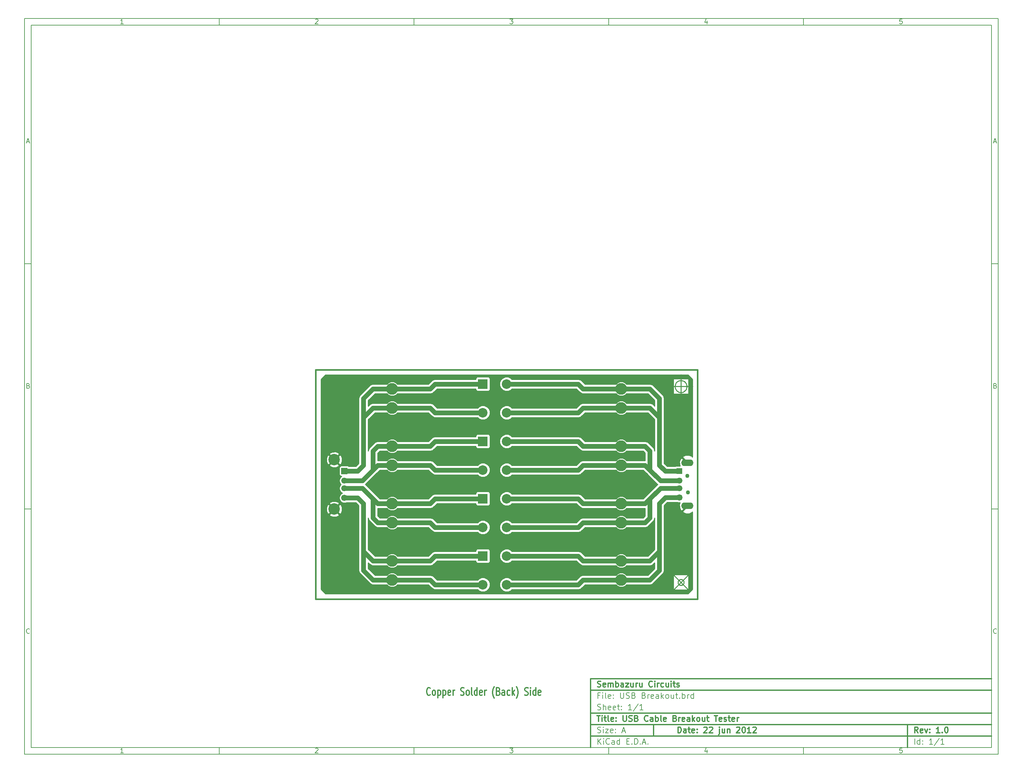
<source format=gbl>
G04 (created by PCBNEW-RS274X (2012-01-19 BZR 3256)-stable) date 08/08/2012 15:29:00*
G01*
G70*
G90*
%MOIN*%
G04 Gerber Fmt 3.4, Leading zero omitted, Abs format*
%FSLAX34Y34*%
G04 APERTURE LIST*
%ADD10C,0.006000*%
%ADD11C,0.012000*%
%ADD12C,0.010000*%
%ADD13C,0.015000*%
%ADD14R,0.100000X0.100000*%
%ADD15C,0.100000*%
%ADD16R,0.063200X0.063200*%
%ADD17O,0.066200X0.059100*%
%ADD18C,0.066200*%
%ADD19O,0.128400X0.069400*%
%ADD20C,0.043300*%
%ADD21R,0.066200X0.066200*%
%ADD22C,0.120600*%
%ADD23C,0.123000*%
%ADD24C,0.050000*%
G04 APERTURE END LIST*
G54D10*
X-30500Y36750D02*
X71500Y36750D01*
X71500Y-40250D01*
X-30500Y-40250D01*
X-30500Y36750D01*
X-29800Y36050D02*
X70800Y36050D01*
X70800Y-39550D01*
X-29800Y-39550D01*
X-29800Y36050D01*
X-10100Y36750D02*
X-10100Y36050D01*
X-20157Y36198D02*
X-20443Y36198D01*
X-20300Y36198D02*
X-20300Y36698D01*
X-20348Y36626D01*
X-20395Y36579D01*
X-20443Y36555D01*
X-10100Y-40250D02*
X-10100Y-39550D01*
X-20157Y-40102D02*
X-20443Y-40102D01*
X-20300Y-40102D02*
X-20300Y-39602D01*
X-20348Y-39674D01*
X-20395Y-39721D01*
X-20443Y-39745D01*
X10300Y36750D02*
X10300Y36050D01*
X-00043Y36650D02*
X-00019Y36674D01*
X00029Y36698D01*
X00148Y36698D01*
X00195Y36674D01*
X00219Y36650D01*
X00243Y36602D01*
X00243Y36555D01*
X00219Y36483D01*
X-00067Y36198D01*
X00243Y36198D01*
X10300Y-40250D02*
X10300Y-39550D01*
X-00043Y-39650D02*
X-00019Y-39626D01*
X00029Y-39602D01*
X00148Y-39602D01*
X00195Y-39626D01*
X00219Y-39650D01*
X00243Y-39698D01*
X00243Y-39745D01*
X00219Y-39817D01*
X-00067Y-40102D01*
X00243Y-40102D01*
X30700Y36750D02*
X30700Y36050D01*
X20333Y36698D02*
X20643Y36698D01*
X20476Y36507D01*
X20548Y36507D01*
X20595Y36483D01*
X20619Y36460D01*
X20643Y36412D01*
X20643Y36293D01*
X20619Y36245D01*
X20595Y36221D01*
X20548Y36198D01*
X20405Y36198D01*
X20357Y36221D01*
X20333Y36245D01*
X30700Y-40250D02*
X30700Y-39550D01*
X20333Y-39602D02*
X20643Y-39602D01*
X20476Y-39793D01*
X20548Y-39793D01*
X20595Y-39817D01*
X20619Y-39840D01*
X20643Y-39888D01*
X20643Y-40007D01*
X20619Y-40055D01*
X20595Y-40079D01*
X20548Y-40102D01*
X20405Y-40102D01*
X20357Y-40079D01*
X20333Y-40055D01*
X51100Y36750D02*
X51100Y36050D01*
X40995Y36531D02*
X40995Y36198D01*
X40876Y36721D02*
X40757Y36364D01*
X41067Y36364D01*
X51100Y-40250D02*
X51100Y-39550D01*
X40995Y-39769D02*
X40995Y-40102D01*
X40876Y-39579D02*
X40757Y-39936D01*
X41067Y-39936D01*
X61419Y36698D02*
X61181Y36698D01*
X61157Y36460D01*
X61181Y36483D01*
X61229Y36507D01*
X61348Y36507D01*
X61395Y36483D01*
X61419Y36460D01*
X61443Y36412D01*
X61443Y36293D01*
X61419Y36245D01*
X61395Y36221D01*
X61348Y36198D01*
X61229Y36198D01*
X61181Y36221D01*
X61157Y36245D01*
X61419Y-39602D02*
X61181Y-39602D01*
X61157Y-39840D01*
X61181Y-39817D01*
X61229Y-39793D01*
X61348Y-39793D01*
X61395Y-39817D01*
X61419Y-39840D01*
X61443Y-39888D01*
X61443Y-40007D01*
X61419Y-40055D01*
X61395Y-40079D01*
X61348Y-40102D01*
X61229Y-40102D01*
X61181Y-40079D01*
X61157Y-40055D01*
X-30500Y11090D02*
X-29800Y11090D01*
X-30269Y23860D02*
X-30031Y23860D01*
X-30316Y23718D02*
X-30150Y24218D01*
X-29983Y23718D01*
X71500Y11090D02*
X70800Y11090D01*
X71031Y23860D02*
X71269Y23860D01*
X70984Y23718D02*
X71150Y24218D01*
X71317Y23718D01*
X-30500Y-14570D02*
X-29800Y-14570D01*
X-30114Y-01680D02*
X-30043Y-01704D01*
X-30019Y-01728D01*
X-29995Y-01776D01*
X-29995Y-01847D01*
X-30019Y-01895D01*
X-30043Y-01919D01*
X-30090Y-01942D01*
X-30281Y-01942D01*
X-30281Y-01442D01*
X-30114Y-01442D01*
X-30067Y-01466D01*
X-30043Y-01490D01*
X-30019Y-01538D01*
X-30019Y-01585D01*
X-30043Y-01633D01*
X-30067Y-01657D01*
X-30114Y-01680D01*
X-30281Y-01680D01*
X71500Y-14570D02*
X70800Y-14570D01*
X71186Y-01680D02*
X71257Y-01704D01*
X71281Y-01728D01*
X71305Y-01776D01*
X71305Y-01847D01*
X71281Y-01895D01*
X71257Y-01919D01*
X71210Y-01942D01*
X71019Y-01942D01*
X71019Y-01442D01*
X71186Y-01442D01*
X71233Y-01466D01*
X71257Y-01490D01*
X71281Y-01538D01*
X71281Y-01585D01*
X71257Y-01633D01*
X71233Y-01657D01*
X71186Y-01680D01*
X71019Y-01680D01*
X-29995Y-27555D02*
X-30019Y-27579D01*
X-30090Y-27602D01*
X-30138Y-27602D01*
X-30210Y-27579D01*
X-30257Y-27531D01*
X-30281Y-27483D01*
X-30305Y-27388D01*
X-30305Y-27317D01*
X-30281Y-27221D01*
X-30257Y-27174D01*
X-30210Y-27126D01*
X-30138Y-27102D01*
X-30090Y-27102D01*
X-30019Y-27126D01*
X-29995Y-27150D01*
X71305Y-27555D02*
X71281Y-27579D01*
X71210Y-27602D01*
X71162Y-27602D01*
X71090Y-27579D01*
X71043Y-27531D01*
X71019Y-27483D01*
X70995Y-27388D01*
X70995Y-27317D01*
X71019Y-27221D01*
X71043Y-27174D01*
X71090Y-27126D01*
X71162Y-27102D01*
X71210Y-27102D01*
X71281Y-27126D01*
X71305Y-27150D01*
G54D11*
X37943Y-37993D02*
X37943Y-37393D01*
X38086Y-37393D01*
X38171Y-37421D01*
X38229Y-37479D01*
X38257Y-37536D01*
X38286Y-37650D01*
X38286Y-37736D01*
X38257Y-37850D01*
X38229Y-37907D01*
X38171Y-37964D01*
X38086Y-37993D01*
X37943Y-37993D01*
X38800Y-37993D02*
X38800Y-37679D01*
X38771Y-37621D01*
X38714Y-37593D01*
X38600Y-37593D01*
X38543Y-37621D01*
X38800Y-37964D02*
X38743Y-37993D01*
X38600Y-37993D01*
X38543Y-37964D01*
X38514Y-37907D01*
X38514Y-37850D01*
X38543Y-37793D01*
X38600Y-37764D01*
X38743Y-37764D01*
X38800Y-37736D01*
X39000Y-37593D02*
X39229Y-37593D01*
X39086Y-37393D02*
X39086Y-37907D01*
X39114Y-37964D01*
X39172Y-37993D01*
X39229Y-37993D01*
X39657Y-37964D02*
X39600Y-37993D01*
X39486Y-37993D01*
X39429Y-37964D01*
X39400Y-37907D01*
X39400Y-37679D01*
X39429Y-37621D01*
X39486Y-37593D01*
X39600Y-37593D01*
X39657Y-37621D01*
X39686Y-37679D01*
X39686Y-37736D01*
X39400Y-37793D01*
X39943Y-37936D02*
X39971Y-37964D01*
X39943Y-37993D01*
X39914Y-37964D01*
X39943Y-37936D01*
X39943Y-37993D01*
X39943Y-37621D02*
X39971Y-37650D01*
X39943Y-37679D01*
X39914Y-37650D01*
X39943Y-37621D01*
X39943Y-37679D01*
X40657Y-37450D02*
X40686Y-37421D01*
X40743Y-37393D01*
X40886Y-37393D01*
X40943Y-37421D01*
X40972Y-37450D01*
X41000Y-37507D01*
X41000Y-37564D01*
X40972Y-37650D01*
X40629Y-37993D01*
X41000Y-37993D01*
X41228Y-37450D02*
X41257Y-37421D01*
X41314Y-37393D01*
X41457Y-37393D01*
X41514Y-37421D01*
X41543Y-37450D01*
X41571Y-37507D01*
X41571Y-37564D01*
X41543Y-37650D01*
X41200Y-37993D01*
X41571Y-37993D01*
X42285Y-37593D02*
X42285Y-38107D01*
X42256Y-38164D01*
X42199Y-38193D01*
X42171Y-38193D01*
X42285Y-37393D02*
X42256Y-37421D01*
X42285Y-37450D01*
X42313Y-37421D01*
X42285Y-37393D01*
X42285Y-37450D01*
X42828Y-37593D02*
X42828Y-37993D01*
X42571Y-37593D02*
X42571Y-37907D01*
X42599Y-37964D01*
X42657Y-37993D01*
X42742Y-37993D01*
X42799Y-37964D01*
X42828Y-37936D01*
X43114Y-37593D02*
X43114Y-37993D01*
X43114Y-37650D02*
X43142Y-37621D01*
X43200Y-37593D01*
X43285Y-37593D01*
X43342Y-37621D01*
X43371Y-37679D01*
X43371Y-37993D01*
X44085Y-37450D02*
X44114Y-37421D01*
X44171Y-37393D01*
X44314Y-37393D01*
X44371Y-37421D01*
X44400Y-37450D01*
X44428Y-37507D01*
X44428Y-37564D01*
X44400Y-37650D01*
X44057Y-37993D01*
X44428Y-37993D01*
X44799Y-37393D02*
X44856Y-37393D01*
X44913Y-37421D01*
X44942Y-37450D01*
X44971Y-37507D01*
X44999Y-37621D01*
X44999Y-37764D01*
X44971Y-37879D01*
X44942Y-37936D01*
X44913Y-37964D01*
X44856Y-37993D01*
X44799Y-37993D01*
X44742Y-37964D01*
X44713Y-37936D01*
X44685Y-37879D01*
X44656Y-37764D01*
X44656Y-37621D01*
X44685Y-37507D01*
X44713Y-37450D01*
X44742Y-37421D01*
X44799Y-37393D01*
X45570Y-37993D02*
X45227Y-37993D01*
X45399Y-37993D02*
X45399Y-37393D01*
X45342Y-37479D01*
X45284Y-37536D01*
X45227Y-37564D01*
X45798Y-37450D02*
X45827Y-37421D01*
X45884Y-37393D01*
X46027Y-37393D01*
X46084Y-37421D01*
X46113Y-37450D01*
X46141Y-37507D01*
X46141Y-37564D01*
X46113Y-37650D01*
X45770Y-37993D01*
X46141Y-37993D01*
G54D10*
X29543Y-39193D02*
X29543Y-38593D01*
X29886Y-39193D02*
X29629Y-38850D01*
X29886Y-38593D02*
X29543Y-38936D01*
X30143Y-39193D02*
X30143Y-38793D01*
X30143Y-38593D02*
X30114Y-38621D01*
X30143Y-38650D01*
X30171Y-38621D01*
X30143Y-38593D01*
X30143Y-38650D01*
X30772Y-39136D02*
X30743Y-39164D01*
X30657Y-39193D01*
X30600Y-39193D01*
X30515Y-39164D01*
X30457Y-39107D01*
X30429Y-39050D01*
X30400Y-38936D01*
X30400Y-38850D01*
X30429Y-38736D01*
X30457Y-38679D01*
X30515Y-38621D01*
X30600Y-38593D01*
X30657Y-38593D01*
X30743Y-38621D01*
X30772Y-38650D01*
X31286Y-39193D02*
X31286Y-38879D01*
X31257Y-38821D01*
X31200Y-38793D01*
X31086Y-38793D01*
X31029Y-38821D01*
X31286Y-39164D02*
X31229Y-39193D01*
X31086Y-39193D01*
X31029Y-39164D01*
X31000Y-39107D01*
X31000Y-39050D01*
X31029Y-38993D01*
X31086Y-38964D01*
X31229Y-38964D01*
X31286Y-38936D01*
X31829Y-39193D02*
X31829Y-38593D01*
X31829Y-39164D02*
X31772Y-39193D01*
X31658Y-39193D01*
X31600Y-39164D01*
X31572Y-39136D01*
X31543Y-39079D01*
X31543Y-38907D01*
X31572Y-38850D01*
X31600Y-38821D01*
X31658Y-38793D01*
X31772Y-38793D01*
X31829Y-38821D01*
X32572Y-38879D02*
X32772Y-38879D01*
X32858Y-39193D02*
X32572Y-39193D01*
X32572Y-38593D01*
X32858Y-38593D01*
X33115Y-39136D02*
X33143Y-39164D01*
X33115Y-39193D01*
X33086Y-39164D01*
X33115Y-39136D01*
X33115Y-39193D01*
X33401Y-39193D02*
X33401Y-38593D01*
X33544Y-38593D01*
X33629Y-38621D01*
X33687Y-38679D01*
X33715Y-38736D01*
X33744Y-38850D01*
X33744Y-38936D01*
X33715Y-39050D01*
X33687Y-39107D01*
X33629Y-39164D01*
X33544Y-39193D01*
X33401Y-39193D01*
X34001Y-39136D02*
X34029Y-39164D01*
X34001Y-39193D01*
X33972Y-39164D01*
X34001Y-39136D01*
X34001Y-39193D01*
X34258Y-39021D02*
X34544Y-39021D01*
X34201Y-39193D02*
X34401Y-38593D01*
X34601Y-39193D01*
X34801Y-39136D02*
X34829Y-39164D01*
X34801Y-39193D01*
X34772Y-39164D01*
X34801Y-39136D01*
X34801Y-39193D01*
G54D11*
X63086Y-37993D02*
X62886Y-37707D01*
X62743Y-37993D02*
X62743Y-37393D01*
X62971Y-37393D01*
X63029Y-37421D01*
X63057Y-37450D01*
X63086Y-37507D01*
X63086Y-37593D01*
X63057Y-37650D01*
X63029Y-37679D01*
X62971Y-37707D01*
X62743Y-37707D01*
X63571Y-37964D02*
X63514Y-37993D01*
X63400Y-37993D01*
X63343Y-37964D01*
X63314Y-37907D01*
X63314Y-37679D01*
X63343Y-37621D01*
X63400Y-37593D01*
X63514Y-37593D01*
X63571Y-37621D01*
X63600Y-37679D01*
X63600Y-37736D01*
X63314Y-37793D01*
X63800Y-37593D02*
X63943Y-37993D01*
X64085Y-37593D01*
X64314Y-37936D02*
X64342Y-37964D01*
X64314Y-37993D01*
X64285Y-37964D01*
X64314Y-37936D01*
X64314Y-37993D01*
X64314Y-37621D02*
X64342Y-37650D01*
X64314Y-37679D01*
X64285Y-37650D01*
X64314Y-37621D01*
X64314Y-37679D01*
X65371Y-37993D02*
X65028Y-37993D01*
X65200Y-37993D02*
X65200Y-37393D01*
X65143Y-37479D01*
X65085Y-37536D01*
X65028Y-37564D01*
X65628Y-37936D02*
X65656Y-37964D01*
X65628Y-37993D01*
X65599Y-37964D01*
X65628Y-37936D01*
X65628Y-37993D01*
X66028Y-37393D02*
X66085Y-37393D01*
X66142Y-37421D01*
X66171Y-37450D01*
X66200Y-37507D01*
X66228Y-37621D01*
X66228Y-37764D01*
X66200Y-37879D01*
X66171Y-37936D01*
X66142Y-37964D01*
X66085Y-37993D01*
X66028Y-37993D01*
X65971Y-37964D01*
X65942Y-37936D01*
X65914Y-37879D01*
X65885Y-37764D01*
X65885Y-37621D01*
X65914Y-37507D01*
X65942Y-37450D01*
X65971Y-37421D01*
X66028Y-37393D01*
G54D10*
X29514Y-37964D02*
X29600Y-37993D01*
X29743Y-37993D01*
X29800Y-37964D01*
X29829Y-37936D01*
X29857Y-37879D01*
X29857Y-37821D01*
X29829Y-37764D01*
X29800Y-37736D01*
X29743Y-37707D01*
X29629Y-37679D01*
X29571Y-37650D01*
X29543Y-37621D01*
X29514Y-37564D01*
X29514Y-37507D01*
X29543Y-37450D01*
X29571Y-37421D01*
X29629Y-37393D01*
X29771Y-37393D01*
X29857Y-37421D01*
X30114Y-37993D02*
X30114Y-37593D01*
X30114Y-37393D02*
X30085Y-37421D01*
X30114Y-37450D01*
X30142Y-37421D01*
X30114Y-37393D01*
X30114Y-37450D01*
X30343Y-37593D02*
X30657Y-37593D01*
X30343Y-37993D01*
X30657Y-37993D01*
X31114Y-37964D02*
X31057Y-37993D01*
X30943Y-37993D01*
X30886Y-37964D01*
X30857Y-37907D01*
X30857Y-37679D01*
X30886Y-37621D01*
X30943Y-37593D01*
X31057Y-37593D01*
X31114Y-37621D01*
X31143Y-37679D01*
X31143Y-37736D01*
X30857Y-37793D01*
X31400Y-37936D02*
X31428Y-37964D01*
X31400Y-37993D01*
X31371Y-37964D01*
X31400Y-37936D01*
X31400Y-37993D01*
X31400Y-37621D02*
X31428Y-37650D01*
X31400Y-37679D01*
X31371Y-37650D01*
X31400Y-37621D01*
X31400Y-37679D01*
X32114Y-37821D02*
X32400Y-37821D01*
X32057Y-37993D02*
X32257Y-37393D01*
X32457Y-37993D01*
X62743Y-39193D02*
X62743Y-38593D01*
X63286Y-39193D02*
X63286Y-38593D01*
X63286Y-39164D02*
X63229Y-39193D01*
X63115Y-39193D01*
X63057Y-39164D01*
X63029Y-39136D01*
X63000Y-39079D01*
X63000Y-38907D01*
X63029Y-38850D01*
X63057Y-38821D01*
X63115Y-38793D01*
X63229Y-38793D01*
X63286Y-38821D01*
X63572Y-39136D02*
X63600Y-39164D01*
X63572Y-39193D01*
X63543Y-39164D01*
X63572Y-39136D01*
X63572Y-39193D01*
X63572Y-38821D02*
X63600Y-38850D01*
X63572Y-38879D01*
X63543Y-38850D01*
X63572Y-38821D01*
X63572Y-38879D01*
X64629Y-39193D02*
X64286Y-39193D01*
X64458Y-39193D02*
X64458Y-38593D01*
X64401Y-38679D01*
X64343Y-38736D01*
X64286Y-38764D01*
X65314Y-38564D02*
X64800Y-39336D01*
X65829Y-39193D02*
X65486Y-39193D01*
X65658Y-39193D02*
X65658Y-38593D01*
X65601Y-38679D01*
X65543Y-38736D01*
X65486Y-38764D01*
G54D11*
X29457Y-36193D02*
X29800Y-36193D01*
X29629Y-36793D02*
X29629Y-36193D01*
X30000Y-36793D02*
X30000Y-36393D01*
X30000Y-36193D02*
X29971Y-36221D01*
X30000Y-36250D01*
X30028Y-36221D01*
X30000Y-36193D01*
X30000Y-36250D01*
X30200Y-36393D02*
X30429Y-36393D01*
X30286Y-36193D02*
X30286Y-36707D01*
X30314Y-36764D01*
X30372Y-36793D01*
X30429Y-36793D01*
X30715Y-36793D02*
X30657Y-36764D01*
X30629Y-36707D01*
X30629Y-36193D01*
X31171Y-36764D02*
X31114Y-36793D01*
X31000Y-36793D01*
X30943Y-36764D01*
X30914Y-36707D01*
X30914Y-36479D01*
X30943Y-36421D01*
X31000Y-36393D01*
X31114Y-36393D01*
X31171Y-36421D01*
X31200Y-36479D01*
X31200Y-36536D01*
X30914Y-36593D01*
X31457Y-36736D02*
X31485Y-36764D01*
X31457Y-36793D01*
X31428Y-36764D01*
X31457Y-36736D01*
X31457Y-36793D01*
X31457Y-36421D02*
X31485Y-36450D01*
X31457Y-36479D01*
X31428Y-36450D01*
X31457Y-36421D01*
X31457Y-36479D01*
X32200Y-36193D02*
X32200Y-36679D01*
X32228Y-36736D01*
X32257Y-36764D01*
X32314Y-36793D01*
X32428Y-36793D01*
X32486Y-36764D01*
X32514Y-36736D01*
X32543Y-36679D01*
X32543Y-36193D01*
X32800Y-36764D02*
X32886Y-36793D01*
X33029Y-36793D01*
X33086Y-36764D01*
X33115Y-36736D01*
X33143Y-36679D01*
X33143Y-36621D01*
X33115Y-36564D01*
X33086Y-36536D01*
X33029Y-36507D01*
X32915Y-36479D01*
X32857Y-36450D01*
X32829Y-36421D01*
X32800Y-36364D01*
X32800Y-36307D01*
X32829Y-36250D01*
X32857Y-36221D01*
X32915Y-36193D01*
X33057Y-36193D01*
X33143Y-36221D01*
X33600Y-36479D02*
X33686Y-36507D01*
X33714Y-36536D01*
X33743Y-36593D01*
X33743Y-36679D01*
X33714Y-36736D01*
X33686Y-36764D01*
X33628Y-36793D01*
X33400Y-36793D01*
X33400Y-36193D01*
X33600Y-36193D01*
X33657Y-36221D01*
X33686Y-36250D01*
X33714Y-36307D01*
X33714Y-36364D01*
X33686Y-36421D01*
X33657Y-36450D01*
X33600Y-36479D01*
X33400Y-36479D01*
X34800Y-36736D02*
X34771Y-36764D01*
X34685Y-36793D01*
X34628Y-36793D01*
X34543Y-36764D01*
X34485Y-36707D01*
X34457Y-36650D01*
X34428Y-36536D01*
X34428Y-36450D01*
X34457Y-36336D01*
X34485Y-36279D01*
X34543Y-36221D01*
X34628Y-36193D01*
X34685Y-36193D01*
X34771Y-36221D01*
X34800Y-36250D01*
X35314Y-36793D02*
X35314Y-36479D01*
X35285Y-36421D01*
X35228Y-36393D01*
X35114Y-36393D01*
X35057Y-36421D01*
X35314Y-36764D02*
X35257Y-36793D01*
X35114Y-36793D01*
X35057Y-36764D01*
X35028Y-36707D01*
X35028Y-36650D01*
X35057Y-36593D01*
X35114Y-36564D01*
X35257Y-36564D01*
X35314Y-36536D01*
X35600Y-36793D02*
X35600Y-36193D01*
X35600Y-36421D02*
X35657Y-36393D01*
X35771Y-36393D01*
X35828Y-36421D01*
X35857Y-36450D01*
X35886Y-36507D01*
X35886Y-36679D01*
X35857Y-36736D01*
X35828Y-36764D01*
X35771Y-36793D01*
X35657Y-36793D01*
X35600Y-36764D01*
X36229Y-36793D02*
X36171Y-36764D01*
X36143Y-36707D01*
X36143Y-36193D01*
X36685Y-36764D02*
X36628Y-36793D01*
X36514Y-36793D01*
X36457Y-36764D01*
X36428Y-36707D01*
X36428Y-36479D01*
X36457Y-36421D01*
X36514Y-36393D01*
X36628Y-36393D01*
X36685Y-36421D01*
X36714Y-36479D01*
X36714Y-36536D01*
X36428Y-36593D01*
X37628Y-36479D02*
X37714Y-36507D01*
X37742Y-36536D01*
X37771Y-36593D01*
X37771Y-36679D01*
X37742Y-36736D01*
X37714Y-36764D01*
X37656Y-36793D01*
X37428Y-36793D01*
X37428Y-36193D01*
X37628Y-36193D01*
X37685Y-36221D01*
X37714Y-36250D01*
X37742Y-36307D01*
X37742Y-36364D01*
X37714Y-36421D01*
X37685Y-36450D01*
X37628Y-36479D01*
X37428Y-36479D01*
X38028Y-36793D02*
X38028Y-36393D01*
X38028Y-36507D02*
X38056Y-36450D01*
X38085Y-36421D01*
X38142Y-36393D01*
X38199Y-36393D01*
X38627Y-36764D02*
X38570Y-36793D01*
X38456Y-36793D01*
X38399Y-36764D01*
X38370Y-36707D01*
X38370Y-36479D01*
X38399Y-36421D01*
X38456Y-36393D01*
X38570Y-36393D01*
X38627Y-36421D01*
X38656Y-36479D01*
X38656Y-36536D01*
X38370Y-36593D01*
X39170Y-36793D02*
X39170Y-36479D01*
X39141Y-36421D01*
X39084Y-36393D01*
X38970Y-36393D01*
X38913Y-36421D01*
X39170Y-36764D02*
X39113Y-36793D01*
X38970Y-36793D01*
X38913Y-36764D01*
X38884Y-36707D01*
X38884Y-36650D01*
X38913Y-36593D01*
X38970Y-36564D01*
X39113Y-36564D01*
X39170Y-36536D01*
X39456Y-36793D02*
X39456Y-36193D01*
X39513Y-36564D02*
X39684Y-36793D01*
X39684Y-36393D02*
X39456Y-36621D01*
X40028Y-36793D02*
X39970Y-36764D01*
X39942Y-36736D01*
X39913Y-36679D01*
X39913Y-36507D01*
X39942Y-36450D01*
X39970Y-36421D01*
X40028Y-36393D01*
X40113Y-36393D01*
X40170Y-36421D01*
X40199Y-36450D01*
X40228Y-36507D01*
X40228Y-36679D01*
X40199Y-36736D01*
X40170Y-36764D01*
X40113Y-36793D01*
X40028Y-36793D01*
X40742Y-36393D02*
X40742Y-36793D01*
X40485Y-36393D02*
X40485Y-36707D01*
X40513Y-36764D01*
X40571Y-36793D01*
X40656Y-36793D01*
X40713Y-36764D01*
X40742Y-36736D01*
X40942Y-36393D02*
X41171Y-36393D01*
X41028Y-36193D02*
X41028Y-36707D01*
X41056Y-36764D01*
X41114Y-36793D01*
X41171Y-36793D01*
X41742Y-36193D02*
X42085Y-36193D01*
X41914Y-36793D02*
X41914Y-36193D01*
X42513Y-36764D02*
X42456Y-36793D01*
X42342Y-36793D01*
X42285Y-36764D01*
X42256Y-36707D01*
X42256Y-36479D01*
X42285Y-36421D01*
X42342Y-36393D01*
X42456Y-36393D01*
X42513Y-36421D01*
X42542Y-36479D01*
X42542Y-36536D01*
X42256Y-36593D01*
X42770Y-36764D02*
X42827Y-36793D01*
X42942Y-36793D01*
X42999Y-36764D01*
X43027Y-36707D01*
X43027Y-36679D01*
X42999Y-36621D01*
X42942Y-36593D01*
X42856Y-36593D01*
X42799Y-36564D01*
X42770Y-36507D01*
X42770Y-36479D01*
X42799Y-36421D01*
X42856Y-36393D01*
X42942Y-36393D01*
X42999Y-36421D01*
X43199Y-36393D02*
X43428Y-36393D01*
X43285Y-36193D02*
X43285Y-36707D01*
X43313Y-36764D01*
X43371Y-36793D01*
X43428Y-36793D01*
X43856Y-36764D02*
X43799Y-36793D01*
X43685Y-36793D01*
X43628Y-36764D01*
X43599Y-36707D01*
X43599Y-36479D01*
X43628Y-36421D01*
X43685Y-36393D01*
X43799Y-36393D01*
X43856Y-36421D01*
X43885Y-36479D01*
X43885Y-36536D01*
X43599Y-36593D01*
X44142Y-36793D02*
X44142Y-36393D01*
X44142Y-36507D02*
X44170Y-36450D01*
X44199Y-36421D01*
X44256Y-36393D01*
X44313Y-36393D01*
G54D10*
X29743Y-34079D02*
X29543Y-34079D01*
X29543Y-34393D02*
X29543Y-33793D01*
X29829Y-33793D01*
X30057Y-34393D02*
X30057Y-33993D01*
X30057Y-33793D02*
X30028Y-33821D01*
X30057Y-33850D01*
X30085Y-33821D01*
X30057Y-33793D01*
X30057Y-33850D01*
X30429Y-34393D02*
X30371Y-34364D01*
X30343Y-34307D01*
X30343Y-33793D01*
X30885Y-34364D02*
X30828Y-34393D01*
X30714Y-34393D01*
X30657Y-34364D01*
X30628Y-34307D01*
X30628Y-34079D01*
X30657Y-34021D01*
X30714Y-33993D01*
X30828Y-33993D01*
X30885Y-34021D01*
X30914Y-34079D01*
X30914Y-34136D01*
X30628Y-34193D01*
X31171Y-34336D02*
X31199Y-34364D01*
X31171Y-34393D01*
X31142Y-34364D01*
X31171Y-34336D01*
X31171Y-34393D01*
X31171Y-34021D02*
X31199Y-34050D01*
X31171Y-34079D01*
X31142Y-34050D01*
X31171Y-34021D01*
X31171Y-34079D01*
X31914Y-33793D02*
X31914Y-34279D01*
X31942Y-34336D01*
X31971Y-34364D01*
X32028Y-34393D01*
X32142Y-34393D01*
X32200Y-34364D01*
X32228Y-34336D01*
X32257Y-34279D01*
X32257Y-33793D01*
X32514Y-34364D02*
X32600Y-34393D01*
X32743Y-34393D01*
X32800Y-34364D01*
X32829Y-34336D01*
X32857Y-34279D01*
X32857Y-34221D01*
X32829Y-34164D01*
X32800Y-34136D01*
X32743Y-34107D01*
X32629Y-34079D01*
X32571Y-34050D01*
X32543Y-34021D01*
X32514Y-33964D01*
X32514Y-33907D01*
X32543Y-33850D01*
X32571Y-33821D01*
X32629Y-33793D01*
X32771Y-33793D01*
X32857Y-33821D01*
X33314Y-34079D02*
X33400Y-34107D01*
X33428Y-34136D01*
X33457Y-34193D01*
X33457Y-34279D01*
X33428Y-34336D01*
X33400Y-34364D01*
X33342Y-34393D01*
X33114Y-34393D01*
X33114Y-33793D01*
X33314Y-33793D01*
X33371Y-33821D01*
X33400Y-33850D01*
X33428Y-33907D01*
X33428Y-33964D01*
X33400Y-34021D01*
X33371Y-34050D01*
X33314Y-34079D01*
X33114Y-34079D01*
X34371Y-34079D02*
X34457Y-34107D01*
X34485Y-34136D01*
X34514Y-34193D01*
X34514Y-34279D01*
X34485Y-34336D01*
X34457Y-34364D01*
X34399Y-34393D01*
X34171Y-34393D01*
X34171Y-33793D01*
X34371Y-33793D01*
X34428Y-33821D01*
X34457Y-33850D01*
X34485Y-33907D01*
X34485Y-33964D01*
X34457Y-34021D01*
X34428Y-34050D01*
X34371Y-34079D01*
X34171Y-34079D01*
X34771Y-34393D02*
X34771Y-33993D01*
X34771Y-34107D02*
X34799Y-34050D01*
X34828Y-34021D01*
X34885Y-33993D01*
X34942Y-33993D01*
X35370Y-34364D02*
X35313Y-34393D01*
X35199Y-34393D01*
X35142Y-34364D01*
X35113Y-34307D01*
X35113Y-34079D01*
X35142Y-34021D01*
X35199Y-33993D01*
X35313Y-33993D01*
X35370Y-34021D01*
X35399Y-34079D01*
X35399Y-34136D01*
X35113Y-34193D01*
X35913Y-34393D02*
X35913Y-34079D01*
X35884Y-34021D01*
X35827Y-33993D01*
X35713Y-33993D01*
X35656Y-34021D01*
X35913Y-34364D02*
X35856Y-34393D01*
X35713Y-34393D01*
X35656Y-34364D01*
X35627Y-34307D01*
X35627Y-34250D01*
X35656Y-34193D01*
X35713Y-34164D01*
X35856Y-34164D01*
X35913Y-34136D01*
X36199Y-34393D02*
X36199Y-33793D01*
X36256Y-34164D02*
X36427Y-34393D01*
X36427Y-33993D02*
X36199Y-34221D01*
X36771Y-34393D02*
X36713Y-34364D01*
X36685Y-34336D01*
X36656Y-34279D01*
X36656Y-34107D01*
X36685Y-34050D01*
X36713Y-34021D01*
X36771Y-33993D01*
X36856Y-33993D01*
X36913Y-34021D01*
X36942Y-34050D01*
X36971Y-34107D01*
X36971Y-34279D01*
X36942Y-34336D01*
X36913Y-34364D01*
X36856Y-34393D01*
X36771Y-34393D01*
X37485Y-33993D02*
X37485Y-34393D01*
X37228Y-33993D02*
X37228Y-34307D01*
X37256Y-34364D01*
X37314Y-34393D01*
X37399Y-34393D01*
X37456Y-34364D01*
X37485Y-34336D01*
X37685Y-33993D02*
X37914Y-33993D01*
X37771Y-33793D02*
X37771Y-34307D01*
X37799Y-34364D01*
X37857Y-34393D01*
X37914Y-34393D01*
X38114Y-34336D02*
X38142Y-34364D01*
X38114Y-34393D01*
X38085Y-34364D01*
X38114Y-34336D01*
X38114Y-34393D01*
X38400Y-34393D02*
X38400Y-33793D01*
X38400Y-34021D02*
X38457Y-33993D01*
X38571Y-33993D01*
X38628Y-34021D01*
X38657Y-34050D01*
X38686Y-34107D01*
X38686Y-34279D01*
X38657Y-34336D01*
X38628Y-34364D01*
X38571Y-34393D01*
X38457Y-34393D01*
X38400Y-34364D01*
X38943Y-34393D02*
X38943Y-33993D01*
X38943Y-34107D02*
X38971Y-34050D01*
X39000Y-34021D01*
X39057Y-33993D01*
X39114Y-33993D01*
X39571Y-34393D02*
X39571Y-33793D01*
X39571Y-34364D02*
X39514Y-34393D01*
X39400Y-34393D01*
X39342Y-34364D01*
X39314Y-34336D01*
X39285Y-34279D01*
X39285Y-34107D01*
X39314Y-34050D01*
X39342Y-34021D01*
X39400Y-33993D01*
X39514Y-33993D01*
X39571Y-34021D01*
X29514Y-35564D02*
X29600Y-35593D01*
X29743Y-35593D01*
X29800Y-35564D01*
X29829Y-35536D01*
X29857Y-35479D01*
X29857Y-35421D01*
X29829Y-35364D01*
X29800Y-35336D01*
X29743Y-35307D01*
X29629Y-35279D01*
X29571Y-35250D01*
X29543Y-35221D01*
X29514Y-35164D01*
X29514Y-35107D01*
X29543Y-35050D01*
X29571Y-35021D01*
X29629Y-34993D01*
X29771Y-34993D01*
X29857Y-35021D01*
X30114Y-35593D02*
X30114Y-34993D01*
X30371Y-35593D02*
X30371Y-35279D01*
X30342Y-35221D01*
X30285Y-35193D01*
X30200Y-35193D01*
X30142Y-35221D01*
X30114Y-35250D01*
X30885Y-35564D02*
X30828Y-35593D01*
X30714Y-35593D01*
X30657Y-35564D01*
X30628Y-35507D01*
X30628Y-35279D01*
X30657Y-35221D01*
X30714Y-35193D01*
X30828Y-35193D01*
X30885Y-35221D01*
X30914Y-35279D01*
X30914Y-35336D01*
X30628Y-35393D01*
X31399Y-35564D02*
X31342Y-35593D01*
X31228Y-35593D01*
X31171Y-35564D01*
X31142Y-35507D01*
X31142Y-35279D01*
X31171Y-35221D01*
X31228Y-35193D01*
X31342Y-35193D01*
X31399Y-35221D01*
X31428Y-35279D01*
X31428Y-35336D01*
X31142Y-35393D01*
X31599Y-35193D02*
X31828Y-35193D01*
X31685Y-34993D02*
X31685Y-35507D01*
X31713Y-35564D01*
X31771Y-35593D01*
X31828Y-35593D01*
X32028Y-35536D02*
X32056Y-35564D01*
X32028Y-35593D01*
X31999Y-35564D01*
X32028Y-35536D01*
X32028Y-35593D01*
X32028Y-35221D02*
X32056Y-35250D01*
X32028Y-35279D01*
X31999Y-35250D01*
X32028Y-35221D01*
X32028Y-35279D01*
X33085Y-35593D02*
X32742Y-35593D01*
X32914Y-35593D02*
X32914Y-34993D01*
X32857Y-35079D01*
X32799Y-35136D01*
X32742Y-35164D01*
X33770Y-34964D02*
X33256Y-35736D01*
X34285Y-35593D02*
X33942Y-35593D01*
X34114Y-35593D02*
X34114Y-34993D01*
X34057Y-35079D01*
X33999Y-35136D01*
X33942Y-35164D01*
G54D11*
X29514Y-33164D02*
X29600Y-33193D01*
X29743Y-33193D01*
X29800Y-33164D01*
X29829Y-33136D01*
X29857Y-33079D01*
X29857Y-33021D01*
X29829Y-32964D01*
X29800Y-32936D01*
X29743Y-32907D01*
X29629Y-32879D01*
X29571Y-32850D01*
X29543Y-32821D01*
X29514Y-32764D01*
X29514Y-32707D01*
X29543Y-32650D01*
X29571Y-32621D01*
X29629Y-32593D01*
X29771Y-32593D01*
X29857Y-32621D01*
X30342Y-33164D02*
X30285Y-33193D01*
X30171Y-33193D01*
X30114Y-33164D01*
X30085Y-33107D01*
X30085Y-32879D01*
X30114Y-32821D01*
X30171Y-32793D01*
X30285Y-32793D01*
X30342Y-32821D01*
X30371Y-32879D01*
X30371Y-32936D01*
X30085Y-32993D01*
X30628Y-33193D02*
X30628Y-32793D01*
X30628Y-32850D02*
X30656Y-32821D01*
X30714Y-32793D01*
X30799Y-32793D01*
X30856Y-32821D01*
X30885Y-32879D01*
X30885Y-33193D01*
X30885Y-32879D02*
X30914Y-32821D01*
X30971Y-32793D01*
X31056Y-32793D01*
X31114Y-32821D01*
X31142Y-32879D01*
X31142Y-33193D01*
X31428Y-33193D02*
X31428Y-32593D01*
X31428Y-32821D02*
X31485Y-32793D01*
X31599Y-32793D01*
X31656Y-32821D01*
X31685Y-32850D01*
X31714Y-32907D01*
X31714Y-33079D01*
X31685Y-33136D01*
X31656Y-33164D01*
X31599Y-33193D01*
X31485Y-33193D01*
X31428Y-33164D01*
X32228Y-33193D02*
X32228Y-32879D01*
X32199Y-32821D01*
X32142Y-32793D01*
X32028Y-32793D01*
X31971Y-32821D01*
X32228Y-33164D02*
X32171Y-33193D01*
X32028Y-33193D01*
X31971Y-33164D01*
X31942Y-33107D01*
X31942Y-33050D01*
X31971Y-32993D01*
X32028Y-32964D01*
X32171Y-32964D01*
X32228Y-32936D01*
X32457Y-32793D02*
X32771Y-32793D01*
X32457Y-33193D01*
X32771Y-33193D01*
X33257Y-32793D02*
X33257Y-33193D01*
X33000Y-32793D02*
X33000Y-33107D01*
X33028Y-33164D01*
X33086Y-33193D01*
X33171Y-33193D01*
X33228Y-33164D01*
X33257Y-33136D01*
X33543Y-33193D02*
X33543Y-32793D01*
X33543Y-32907D02*
X33571Y-32850D01*
X33600Y-32821D01*
X33657Y-32793D01*
X33714Y-32793D01*
X34171Y-32793D02*
X34171Y-33193D01*
X33914Y-32793D02*
X33914Y-33107D01*
X33942Y-33164D01*
X34000Y-33193D01*
X34085Y-33193D01*
X34142Y-33164D01*
X34171Y-33136D01*
X35257Y-33136D02*
X35228Y-33164D01*
X35142Y-33193D01*
X35085Y-33193D01*
X35000Y-33164D01*
X34942Y-33107D01*
X34914Y-33050D01*
X34885Y-32936D01*
X34885Y-32850D01*
X34914Y-32736D01*
X34942Y-32679D01*
X35000Y-32621D01*
X35085Y-32593D01*
X35142Y-32593D01*
X35228Y-32621D01*
X35257Y-32650D01*
X35514Y-33193D02*
X35514Y-32793D01*
X35514Y-32593D02*
X35485Y-32621D01*
X35514Y-32650D01*
X35542Y-32621D01*
X35514Y-32593D01*
X35514Y-32650D01*
X35800Y-33193D02*
X35800Y-32793D01*
X35800Y-32907D02*
X35828Y-32850D01*
X35857Y-32821D01*
X35914Y-32793D01*
X35971Y-32793D01*
X36428Y-33164D02*
X36371Y-33193D01*
X36257Y-33193D01*
X36199Y-33164D01*
X36171Y-33136D01*
X36142Y-33079D01*
X36142Y-32907D01*
X36171Y-32850D01*
X36199Y-32821D01*
X36257Y-32793D01*
X36371Y-32793D01*
X36428Y-32821D01*
X36942Y-32793D02*
X36942Y-33193D01*
X36685Y-32793D02*
X36685Y-33107D01*
X36713Y-33164D01*
X36771Y-33193D01*
X36856Y-33193D01*
X36913Y-33164D01*
X36942Y-33136D01*
X37228Y-33193D02*
X37228Y-32793D01*
X37228Y-32593D02*
X37199Y-32621D01*
X37228Y-32650D01*
X37256Y-32621D01*
X37228Y-32593D01*
X37228Y-32650D01*
X37428Y-32793D02*
X37657Y-32793D01*
X37514Y-32593D02*
X37514Y-33107D01*
X37542Y-33164D01*
X37600Y-33193D01*
X37657Y-33193D01*
X37828Y-33164D02*
X37885Y-33193D01*
X38000Y-33193D01*
X38057Y-33164D01*
X38085Y-33107D01*
X38085Y-33079D01*
X38057Y-33021D01*
X38000Y-32993D01*
X37914Y-32993D01*
X37857Y-32964D01*
X37828Y-32907D01*
X37828Y-32879D01*
X37857Y-32821D01*
X37914Y-32793D01*
X38000Y-32793D01*
X38057Y-32821D01*
X28800Y-32350D02*
X28800Y-39550D01*
X28800Y-33550D02*
X70800Y-33550D01*
X28800Y-32350D02*
X70800Y-32350D01*
X28800Y-35950D02*
X70800Y-35950D01*
X62000Y-37150D02*
X62000Y-39550D01*
X28800Y-38350D02*
X70800Y-38350D01*
X28800Y-37150D02*
X70800Y-37150D01*
X35400Y-37150D02*
X35400Y-38350D01*
X11986Y-33998D02*
X11957Y-34036D01*
X11871Y-34074D01*
X11814Y-34074D01*
X11729Y-34036D01*
X11671Y-33960D01*
X11643Y-33883D01*
X11614Y-33731D01*
X11614Y-33617D01*
X11643Y-33464D01*
X11671Y-33388D01*
X11729Y-33312D01*
X11814Y-33274D01*
X11871Y-33274D01*
X11957Y-33312D01*
X11986Y-33350D01*
X12329Y-34074D02*
X12271Y-34036D01*
X12243Y-33998D01*
X12214Y-33921D01*
X12214Y-33693D01*
X12243Y-33617D01*
X12271Y-33579D01*
X12329Y-33540D01*
X12414Y-33540D01*
X12471Y-33579D01*
X12500Y-33617D01*
X12529Y-33693D01*
X12529Y-33921D01*
X12500Y-33998D01*
X12471Y-34036D01*
X12414Y-34074D01*
X12329Y-34074D01*
X12786Y-33540D02*
X12786Y-34340D01*
X12786Y-33579D02*
X12843Y-33540D01*
X12957Y-33540D01*
X13014Y-33579D01*
X13043Y-33617D01*
X13072Y-33693D01*
X13072Y-33921D01*
X13043Y-33998D01*
X13014Y-34036D01*
X12957Y-34074D01*
X12843Y-34074D01*
X12786Y-34036D01*
X13329Y-33540D02*
X13329Y-34340D01*
X13329Y-33579D02*
X13386Y-33540D01*
X13500Y-33540D01*
X13557Y-33579D01*
X13586Y-33617D01*
X13615Y-33693D01*
X13615Y-33921D01*
X13586Y-33998D01*
X13557Y-34036D01*
X13500Y-34074D01*
X13386Y-34074D01*
X13329Y-34036D01*
X14100Y-34036D02*
X14043Y-34074D01*
X13929Y-34074D01*
X13872Y-34036D01*
X13843Y-33960D01*
X13843Y-33655D01*
X13872Y-33579D01*
X13929Y-33540D01*
X14043Y-33540D01*
X14100Y-33579D01*
X14129Y-33655D01*
X14129Y-33731D01*
X13843Y-33807D01*
X14386Y-34074D02*
X14386Y-33540D01*
X14386Y-33693D02*
X14414Y-33617D01*
X14443Y-33579D01*
X14500Y-33540D01*
X14557Y-33540D01*
X15185Y-34036D02*
X15271Y-34074D01*
X15414Y-34074D01*
X15471Y-34036D01*
X15500Y-33998D01*
X15528Y-33921D01*
X15528Y-33845D01*
X15500Y-33769D01*
X15471Y-33731D01*
X15414Y-33693D01*
X15300Y-33655D01*
X15242Y-33617D01*
X15214Y-33579D01*
X15185Y-33502D01*
X15185Y-33426D01*
X15214Y-33350D01*
X15242Y-33312D01*
X15300Y-33274D01*
X15442Y-33274D01*
X15528Y-33312D01*
X15871Y-34074D02*
X15813Y-34036D01*
X15785Y-33998D01*
X15756Y-33921D01*
X15756Y-33693D01*
X15785Y-33617D01*
X15813Y-33579D01*
X15871Y-33540D01*
X15956Y-33540D01*
X16013Y-33579D01*
X16042Y-33617D01*
X16071Y-33693D01*
X16071Y-33921D01*
X16042Y-33998D01*
X16013Y-34036D01*
X15956Y-34074D01*
X15871Y-34074D01*
X16414Y-34074D02*
X16356Y-34036D01*
X16328Y-33960D01*
X16328Y-33274D01*
X16899Y-34074D02*
X16899Y-33274D01*
X16899Y-34036D02*
X16842Y-34074D01*
X16728Y-34074D01*
X16670Y-34036D01*
X16642Y-33998D01*
X16613Y-33921D01*
X16613Y-33693D01*
X16642Y-33617D01*
X16670Y-33579D01*
X16728Y-33540D01*
X16842Y-33540D01*
X16899Y-33579D01*
X17413Y-34036D02*
X17356Y-34074D01*
X17242Y-34074D01*
X17185Y-34036D01*
X17156Y-33960D01*
X17156Y-33655D01*
X17185Y-33579D01*
X17242Y-33540D01*
X17356Y-33540D01*
X17413Y-33579D01*
X17442Y-33655D01*
X17442Y-33731D01*
X17156Y-33807D01*
X17699Y-34074D02*
X17699Y-33540D01*
X17699Y-33693D02*
X17727Y-33617D01*
X17756Y-33579D01*
X17813Y-33540D01*
X17870Y-33540D01*
X18698Y-34379D02*
X18670Y-34340D01*
X18613Y-34226D01*
X18584Y-34150D01*
X18555Y-34036D01*
X18527Y-33845D01*
X18527Y-33693D01*
X18555Y-33502D01*
X18584Y-33388D01*
X18613Y-33312D01*
X18670Y-33198D01*
X18698Y-33160D01*
X19127Y-33655D02*
X19213Y-33693D01*
X19241Y-33731D01*
X19270Y-33807D01*
X19270Y-33921D01*
X19241Y-33998D01*
X19213Y-34036D01*
X19155Y-34074D01*
X18927Y-34074D01*
X18927Y-33274D01*
X19127Y-33274D01*
X19184Y-33312D01*
X19213Y-33350D01*
X19241Y-33426D01*
X19241Y-33502D01*
X19213Y-33579D01*
X19184Y-33617D01*
X19127Y-33655D01*
X18927Y-33655D01*
X19784Y-34074D02*
X19784Y-33655D01*
X19755Y-33579D01*
X19698Y-33540D01*
X19584Y-33540D01*
X19527Y-33579D01*
X19784Y-34036D02*
X19727Y-34074D01*
X19584Y-34074D01*
X19527Y-34036D01*
X19498Y-33960D01*
X19498Y-33883D01*
X19527Y-33807D01*
X19584Y-33769D01*
X19727Y-33769D01*
X19784Y-33731D01*
X20327Y-34036D02*
X20270Y-34074D01*
X20156Y-34074D01*
X20098Y-34036D01*
X20070Y-33998D01*
X20041Y-33921D01*
X20041Y-33693D01*
X20070Y-33617D01*
X20098Y-33579D01*
X20156Y-33540D01*
X20270Y-33540D01*
X20327Y-33579D01*
X20584Y-34074D02*
X20584Y-33274D01*
X20641Y-33769D02*
X20812Y-34074D01*
X20812Y-33540D02*
X20584Y-33845D01*
X21013Y-34379D02*
X21041Y-34340D01*
X21098Y-34226D01*
X21127Y-34150D01*
X21156Y-34036D01*
X21184Y-33845D01*
X21184Y-33693D01*
X21156Y-33502D01*
X21127Y-33388D01*
X21098Y-33312D01*
X21041Y-33198D01*
X21013Y-33160D01*
X21898Y-34036D02*
X21984Y-34074D01*
X22127Y-34074D01*
X22184Y-34036D01*
X22213Y-33998D01*
X22241Y-33921D01*
X22241Y-33845D01*
X22213Y-33769D01*
X22184Y-33731D01*
X22127Y-33693D01*
X22013Y-33655D01*
X21955Y-33617D01*
X21927Y-33579D01*
X21898Y-33502D01*
X21898Y-33426D01*
X21927Y-33350D01*
X21955Y-33312D01*
X22013Y-33274D01*
X22155Y-33274D01*
X22241Y-33312D01*
X22498Y-34074D02*
X22498Y-33540D01*
X22498Y-33274D02*
X22469Y-33312D01*
X22498Y-33350D01*
X22526Y-33312D01*
X22498Y-33274D01*
X22498Y-33350D01*
X23041Y-34074D02*
X23041Y-33274D01*
X23041Y-34036D02*
X22984Y-34074D01*
X22870Y-34074D01*
X22812Y-34036D01*
X22784Y-33998D01*
X22755Y-33921D01*
X22755Y-33693D01*
X22784Y-33617D01*
X22812Y-33579D01*
X22870Y-33540D01*
X22984Y-33540D01*
X23041Y-33579D01*
X23555Y-34036D02*
X23498Y-34074D01*
X23384Y-34074D01*
X23327Y-34036D01*
X23298Y-33960D01*
X23298Y-33655D01*
X23327Y-33579D01*
X23384Y-33540D01*
X23498Y-33540D01*
X23555Y-33579D01*
X23584Y-33655D01*
X23584Y-33731D01*
X23298Y-33807D01*
G54D12*
X38562Y-22250D02*
X38556Y-22310D01*
X38538Y-22368D01*
X38509Y-22422D01*
X38471Y-22469D01*
X38424Y-22508D01*
X38370Y-22537D01*
X38312Y-22555D01*
X38252Y-22561D01*
X38192Y-22556D01*
X38134Y-22539D01*
X38080Y-22511D01*
X38032Y-22472D01*
X37993Y-22426D01*
X37964Y-22372D01*
X37945Y-22314D01*
X37939Y-22254D01*
X37944Y-22194D01*
X37960Y-22136D01*
X37988Y-22081D01*
X38026Y-22034D01*
X38072Y-21994D01*
X38126Y-21965D01*
X38184Y-21946D01*
X38244Y-21939D01*
X38304Y-21943D01*
X38362Y-21960D01*
X38417Y-21987D01*
X38465Y-22025D01*
X38504Y-22071D01*
X38535Y-22124D01*
X38554Y-22181D01*
X38561Y-22242D01*
X38562Y-22250D01*
X37375Y-21375D02*
X39125Y-23125D01*
X37375Y-23125D02*
X39125Y-21375D01*
X38875Y-01750D02*
X38863Y-01871D01*
X38827Y-01988D01*
X38770Y-02095D01*
X38693Y-02190D01*
X38599Y-02268D01*
X38492Y-02326D01*
X38375Y-02362D01*
X38254Y-02374D01*
X38133Y-02363D01*
X38016Y-02329D01*
X37908Y-02272D01*
X37813Y-02196D01*
X37735Y-02103D01*
X37676Y-01996D01*
X37639Y-01879D01*
X37626Y-01758D01*
X37636Y-01638D01*
X37669Y-01520D01*
X37725Y-01412D01*
X37801Y-01316D01*
X37894Y-01237D01*
X38000Y-01178D01*
X38116Y-01140D01*
X38237Y-01126D01*
X38358Y-01135D01*
X38476Y-01168D01*
X38584Y-01223D01*
X38681Y-01298D01*
X38760Y-01390D01*
X38820Y-01496D01*
X38859Y-01612D01*
X38874Y-01733D01*
X38875Y-01750D01*
X37000Y-01750D02*
X39500Y-01750D01*
X38250Y-00500D02*
X38250Y-03000D01*
G54D13*
X40000Y-24000D02*
X00000Y-24000D01*
X00000Y00000D02*
X40000Y00000D01*
X00000Y-24000D02*
X00000Y00000D01*
X40000Y00000D02*
X40000Y-24000D01*
G54D14*
X17500Y-19500D03*
G54D15*
X20000Y-19500D03*
X17500Y-22500D03*
X20000Y-22500D03*
G54D14*
X17500Y-13500D03*
G54D15*
X20000Y-13500D03*
X17500Y-16500D03*
X20000Y-16500D03*
G54D14*
X17500Y-07500D03*
G54D15*
X20000Y-07500D03*
X17500Y-10500D03*
X20000Y-10500D03*
G54D14*
X17500Y-01500D03*
G54D15*
X20000Y-01500D03*
X17500Y-04500D03*
X20000Y-04500D03*
G54D16*
X38100Y-10622D03*
G54D17*
X38100Y-11606D03*
X38100Y-12394D03*
G54D18*
X38100Y-13378D03*
G54D19*
X38927Y-09756D03*
X38927Y-14244D03*
G54D20*
X38927Y-11114D03*
X38986Y-12827D03*
G54D18*
X03000Y-13400D03*
G54D17*
X03000Y-12400D03*
X03000Y-11600D03*
G54D21*
X03000Y-10600D03*
G54D22*
X01933Y-14587D03*
X01933Y-09413D03*
G54D23*
X08000Y-16000D03*
X08000Y-14000D03*
X32000Y-04000D03*
X32000Y-02000D03*
X08000Y-22000D03*
X08000Y-20000D03*
X08000Y-10000D03*
X08000Y-08000D03*
X32000Y-22000D03*
X32000Y-20000D03*
X32000Y-16000D03*
X32000Y-14000D03*
X32000Y-10000D03*
X32000Y-08000D03*
X08000Y-04000D03*
X08000Y-02000D03*
G54D24*
X12500Y-16500D02*
X17500Y-16500D01*
X12000Y-16000D02*
X12500Y-16500D01*
X08000Y-14000D02*
X12000Y-14000D01*
X12000Y-14000D02*
X12500Y-13500D01*
X12500Y-13500D02*
X17500Y-13500D01*
X06000Y-13500D02*
X06500Y-14000D01*
X06500Y-14000D02*
X08000Y-14000D01*
X03000Y-12400D02*
X04900Y-12400D01*
X06500Y-16000D02*
X08000Y-16000D01*
X06000Y-15500D02*
X06500Y-16000D01*
X06000Y-13500D02*
X06000Y-15500D01*
X04900Y-12400D02*
X06000Y-13500D01*
X08000Y-16000D02*
X12000Y-16000D01*
X34500Y-16000D02*
X32000Y-16000D01*
X36106Y-12394D02*
X35000Y-13500D01*
X35000Y-13500D02*
X35000Y-15500D01*
X32000Y-14000D02*
X28000Y-14000D01*
X28000Y-16000D02*
X27500Y-16500D01*
X38100Y-12394D02*
X36106Y-12394D01*
X34500Y-14000D02*
X32000Y-14000D01*
X27500Y-13500D02*
X20000Y-13500D01*
X28000Y-14000D02*
X27500Y-13500D01*
X35000Y-13500D02*
X34500Y-14000D01*
X35000Y-15500D02*
X34500Y-16000D01*
X27500Y-16500D02*
X20000Y-16500D01*
X32000Y-16000D02*
X28000Y-16000D01*
X03000Y-11600D02*
X04900Y-11600D01*
X06500Y-10000D02*
X08000Y-10000D01*
X08000Y-08000D02*
X12000Y-08000D01*
X06000Y-08500D02*
X06500Y-08000D01*
X04900Y-11600D02*
X06000Y-10500D01*
X06000Y-10500D02*
X06000Y-08500D01*
X06000Y-10500D02*
X06500Y-10000D01*
X12000Y-10000D02*
X12500Y-10500D01*
X06500Y-08000D02*
X08000Y-08000D01*
X12500Y-10500D02*
X17500Y-10500D01*
X12000Y-08000D02*
X12500Y-07500D01*
X12500Y-07500D02*
X17500Y-07500D01*
X08000Y-10000D02*
X12000Y-10000D01*
X34500Y-08000D02*
X32000Y-08000D01*
X35000Y-08500D02*
X34500Y-08000D01*
X35000Y-10500D02*
X34500Y-10000D01*
X34500Y-10000D02*
X32000Y-10000D01*
X38100Y-11606D02*
X36106Y-11606D01*
X35000Y-10500D02*
X35000Y-08500D01*
X36106Y-11606D02*
X35000Y-10500D01*
X32000Y-10000D02*
X28000Y-10000D01*
X32000Y-08000D02*
X28000Y-08000D01*
X27500Y-07500D02*
X20000Y-07500D01*
X28000Y-08000D02*
X27500Y-07500D01*
X28000Y-10000D02*
X27500Y-10500D01*
X27500Y-10500D02*
X20000Y-10500D01*
X06000Y-22000D02*
X08000Y-22000D01*
X05000Y-14000D02*
X05000Y-14500D01*
X04400Y-13400D02*
X05000Y-14000D01*
X05000Y-19000D02*
X05000Y-14500D01*
X12500Y-19500D02*
X17500Y-19500D01*
X05000Y-19000D02*
X06000Y-20000D01*
X03000Y-13400D02*
X04400Y-13400D01*
X05000Y-14500D02*
X05000Y-21000D01*
X12500Y-22500D02*
X17500Y-22500D01*
X08000Y-20000D02*
X12000Y-20000D01*
X12000Y-22000D02*
X12500Y-22500D01*
X08000Y-20000D02*
X06000Y-20000D01*
X08000Y-22000D02*
X12000Y-22000D01*
X05000Y-21000D02*
X06000Y-22000D01*
X12000Y-20000D02*
X12500Y-19500D01*
X32000Y-20000D02*
X28000Y-20000D01*
X28000Y-22000D02*
X27500Y-22500D01*
X27500Y-22500D02*
X20000Y-22500D01*
X32000Y-22000D02*
X28000Y-22000D01*
X36000Y-15000D02*
X36000Y-19000D01*
X35000Y-20000D02*
X32000Y-20000D01*
X36000Y-19000D02*
X35000Y-20000D01*
X36000Y-15000D02*
X36000Y-21000D01*
X36622Y-13378D02*
X36000Y-14000D01*
X28000Y-20000D02*
X27500Y-19500D01*
X27500Y-19500D02*
X20000Y-19500D01*
X36000Y-14000D02*
X36000Y-15000D01*
X36000Y-21000D02*
X35000Y-22000D01*
X35000Y-22000D02*
X32000Y-22000D01*
X38100Y-13378D02*
X36622Y-13378D01*
X05000Y-10000D02*
X05000Y-09000D01*
X08000Y-02000D02*
X12000Y-02000D01*
X12500Y-04500D02*
X17500Y-04500D01*
X03000Y-10600D02*
X04400Y-10600D01*
X06000Y-04000D02*
X08000Y-04000D01*
X08000Y-04000D02*
X12000Y-04000D01*
X05000Y-09000D02*
X05000Y-05000D01*
X05000Y-09000D02*
X05000Y-03000D01*
X12500Y-01500D02*
X17500Y-01500D01*
X05000Y-05000D02*
X06000Y-04000D01*
X12000Y-04000D02*
X12500Y-04500D01*
X06000Y-02000D02*
X08000Y-02000D01*
X05000Y-03000D02*
X06000Y-02000D01*
X04400Y-10600D02*
X05000Y-10000D01*
X12000Y-02000D02*
X12500Y-01500D01*
X36000Y-09500D02*
X36000Y-05000D01*
X35000Y-04000D02*
X32000Y-04000D01*
X36000Y-05000D02*
X35000Y-04000D01*
X38100Y-10622D02*
X36622Y-10622D01*
X35000Y-02000D02*
X32000Y-02000D01*
X36000Y-03000D02*
X35000Y-02000D01*
X36000Y-10000D02*
X36000Y-09500D01*
X36000Y-09500D02*
X36000Y-03000D01*
X36622Y-10622D02*
X36000Y-10000D01*
X32000Y-04000D02*
X28000Y-04000D01*
X28000Y-04000D02*
X27500Y-04500D01*
X27500Y-04500D02*
X20000Y-04500D01*
X32000Y-02000D02*
X28000Y-02000D01*
X27500Y-01500D02*
X20000Y-01500D01*
X28000Y-02000D02*
X27500Y-01500D01*
G54D10*
G36*
X39450Y-22979D02*
X39440Y-22989D01*
X39050Y-23379D01*
X39050Y-23050D01*
X39050Y-21450D01*
X37450Y-21450D01*
X37450Y-23050D01*
X39050Y-23050D01*
X39050Y-23379D01*
X38979Y-23450D01*
X18249Y-23450D01*
X18249Y-22650D01*
X18249Y-22352D01*
X18135Y-22077D01*
X17925Y-21866D01*
X17650Y-21751D01*
X17352Y-21751D01*
X17077Y-21865D01*
X16941Y-22000D01*
X12707Y-22000D01*
X12354Y-21646D01*
X12192Y-21538D01*
X12000Y-21499D01*
X11995Y-21500D01*
X08558Y-21500D01*
X08425Y-21366D01*
X08150Y-21251D01*
X07852Y-21251D01*
X07577Y-21365D01*
X07441Y-21500D01*
X06207Y-21500D01*
X05500Y-20792D01*
X05500Y-20207D01*
X05644Y-20351D01*
X05646Y-20354D01*
X05743Y-20418D01*
X05808Y-20462D01*
X05809Y-20462D01*
X06000Y-20500D01*
X07441Y-20500D01*
X07575Y-20634D01*
X07850Y-20749D01*
X08148Y-20749D01*
X08423Y-20635D01*
X08558Y-20500D01*
X11995Y-20500D01*
X12000Y-20501D01*
X12000Y-20500D01*
X12191Y-20462D01*
X12192Y-20462D01*
X12354Y-20354D01*
X12707Y-20000D01*
X16751Y-20000D01*
X16751Y-20049D01*
X16789Y-20141D01*
X16859Y-20211D01*
X16950Y-20249D01*
X17049Y-20249D01*
X18049Y-20249D01*
X18141Y-20211D01*
X18211Y-20141D01*
X18249Y-20050D01*
X18249Y-19951D01*
X18249Y-18951D01*
X18211Y-18859D01*
X18141Y-18789D01*
X18050Y-18751D01*
X17951Y-18751D01*
X16951Y-18751D01*
X16859Y-18789D01*
X16789Y-18859D01*
X16751Y-18950D01*
X16751Y-19000D01*
X12504Y-19000D01*
X12500Y-18999D01*
X12308Y-19038D01*
X12243Y-19081D01*
X12146Y-19146D01*
X12144Y-19148D01*
X11792Y-19500D01*
X08558Y-19500D01*
X08425Y-19366D01*
X08150Y-19251D01*
X07852Y-19251D01*
X07577Y-19365D01*
X07441Y-19500D01*
X06207Y-19500D01*
X05500Y-18792D01*
X05500Y-15504D01*
X05538Y-15692D01*
X05646Y-15854D01*
X06144Y-16351D01*
X06146Y-16354D01*
X06243Y-16418D01*
X06308Y-16462D01*
X06309Y-16462D01*
X06500Y-16501D01*
X06500Y-16500D01*
X06504Y-16500D01*
X07441Y-16500D01*
X07575Y-16634D01*
X07850Y-16749D01*
X08148Y-16749D01*
X08423Y-16635D01*
X08558Y-16500D01*
X11792Y-16500D01*
X12144Y-16851D01*
X12146Y-16854D01*
X12243Y-16918D01*
X12308Y-16962D01*
X12309Y-16962D01*
X12500Y-17001D01*
X12500Y-17000D01*
X12504Y-17000D01*
X16941Y-17000D01*
X17075Y-17134D01*
X17350Y-17249D01*
X17648Y-17249D01*
X17923Y-17135D01*
X18134Y-16925D01*
X18249Y-16650D01*
X18249Y-16352D01*
X18135Y-16077D01*
X17925Y-15866D01*
X17650Y-15751D01*
X17352Y-15751D01*
X17077Y-15865D01*
X16941Y-16000D01*
X12707Y-16000D01*
X12354Y-15646D01*
X12192Y-15538D01*
X12000Y-15499D01*
X11995Y-15500D01*
X08558Y-15500D01*
X08425Y-15366D01*
X08150Y-15251D01*
X07852Y-15251D01*
X07577Y-15365D01*
X07441Y-15500D01*
X06707Y-15500D01*
X06500Y-15292D01*
X06500Y-14501D01*
X06500Y-14500D01*
X06504Y-14500D01*
X07441Y-14500D01*
X07575Y-14634D01*
X07850Y-14749D01*
X08148Y-14749D01*
X08423Y-14635D01*
X08558Y-14500D01*
X11995Y-14500D01*
X12000Y-14501D01*
X12000Y-14500D01*
X12191Y-14462D01*
X12192Y-14462D01*
X12354Y-14354D01*
X12707Y-14000D01*
X16751Y-14000D01*
X16751Y-14049D01*
X16789Y-14141D01*
X16859Y-14211D01*
X16950Y-14249D01*
X17049Y-14249D01*
X18049Y-14249D01*
X18141Y-14211D01*
X18211Y-14141D01*
X18249Y-14050D01*
X18249Y-13951D01*
X18249Y-12951D01*
X18211Y-12859D01*
X18141Y-12789D01*
X18050Y-12751D01*
X17951Y-12751D01*
X16951Y-12751D01*
X16859Y-12789D01*
X16789Y-12859D01*
X16751Y-12950D01*
X16751Y-13000D01*
X12504Y-13000D01*
X12500Y-12999D01*
X12308Y-13038D01*
X12243Y-13081D01*
X12146Y-13146D01*
X12144Y-13148D01*
X11792Y-13500D01*
X08558Y-13500D01*
X08425Y-13366D01*
X08150Y-13251D01*
X07852Y-13251D01*
X07577Y-13365D01*
X07441Y-13500D01*
X06707Y-13500D01*
X06354Y-13146D01*
X06351Y-13144D01*
X05254Y-12046D01*
X05185Y-12000D01*
X05254Y-11954D01*
X06351Y-10855D01*
X06353Y-10854D01*
X06354Y-10854D01*
X06707Y-10500D01*
X07441Y-10500D01*
X07575Y-10634D01*
X07850Y-10749D01*
X08148Y-10749D01*
X08423Y-10635D01*
X08558Y-10500D01*
X11792Y-10500D01*
X12144Y-10851D01*
X12146Y-10854D01*
X12243Y-10918D01*
X12308Y-10962D01*
X12309Y-10962D01*
X12500Y-11001D01*
X12500Y-11000D01*
X12504Y-11000D01*
X16941Y-11000D01*
X17075Y-11134D01*
X17350Y-11249D01*
X17648Y-11249D01*
X17923Y-11135D01*
X18134Y-10925D01*
X18249Y-10650D01*
X18249Y-10352D01*
X18135Y-10077D01*
X17925Y-09866D01*
X17650Y-09751D01*
X17352Y-09751D01*
X17077Y-09865D01*
X16941Y-10000D01*
X12707Y-10000D01*
X12354Y-09646D01*
X12192Y-09538D01*
X12000Y-09499D01*
X11995Y-09500D01*
X08558Y-09500D01*
X08425Y-09366D01*
X08150Y-09251D01*
X07852Y-09251D01*
X07577Y-09365D01*
X07441Y-09500D01*
X06504Y-09500D01*
X06500Y-09499D01*
X06500Y-08707D01*
X06707Y-08500D01*
X07441Y-08500D01*
X07575Y-08634D01*
X07850Y-08749D01*
X08148Y-08749D01*
X08423Y-08635D01*
X08558Y-08500D01*
X11995Y-08500D01*
X12000Y-08501D01*
X12000Y-08500D01*
X12191Y-08462D01*
X12192Y-08462D01*
X12354Y-08354D01*
X12707Y-08000D01*
X16751Y-08000D01*
X16751Y-08049D01*
X16789Y-08141D01*
X16859Y-08211D01*
X16950Y-08249D01*
X17049Y-08249D01*
X18049Y-08249D01*
X18141Y-08211D01*
X18211Y-08141D01*
X18249Y-08050D01*
X18249Y-07951D01*
X18249Y-06951D01*
X18211Y-06859D01*
X18141Y-06789D01*
X18050Y-06751D01*
X17951Y-06751D01*
X16951Y-06751D01*
X16859Y-06789D01*
X16789Y-06859D01*
X16751Y-06950D01*
X16751Y-07000D01*
X12504Y-07000D01*
X12500Y-06999D01*
X12308Y-07038D01*
X12243Y-07081D01*
X12146Y-07146D01*
X12144Y-07148D01*
X11792Y-07500D01*
X08558Y-07500D01*
X08425Y-07366D01*
X08150Y-07251D01*
X07852Y-07251D01*
X07577Y-07365D01*
X07441Y-07500D01*
X06504Y-07500D01*
X06500Y-07499D01*
X06308Y-07538D01*
X06243Y-07581D01*
X06146Y-07646D01*
X06144Y-07648D01*
X05646Y-08146D01*
X05538Y-08308D01*
X05500Y-08495D01*
X05500Y-05207D01*
X06207Y-04500D01*
X07441Y-04500D01*
X07575Y-04634D01*
X07850Y-04749D01*
X08148Y-04749D01*
X08423Y-04635D01*
X08558Y-04500D01*
X11792Y-04500D01*
X12144Y-04851D01*
X12146Y-04854D01*
X12243Y-04918D01*
X12308Y-04962D01*
X12309Y-04962D01*
X12500Y-05001D01*
X12500Y-05000D01*
X12504Y-05000D01*
X16941Y-05000D01*
X17075Y-05134D01*
X17350Y-05249D01*
X17648Y-05249D01*
X17923Y-05135D01*
X18134Y-04925D01*
X18249Y-04650D01*
X18249Y-04352D01*
X18135Y-04077D01*
X17925Y-03866D01*
X17650Y-03751D01*
X17352Y-03751D01*
X17077Y-03865D01*
X16941Y-04000D01*
X12707Y-04000D01*
X12354Y-03646D01*
X12192Y-03538D01*
X12000Y-03499D01*
X11995Y-03500D01*
X08558Y-03500D01*
X08425Y-03366D01*
X08150Y-03251D01*
X07852Y-03251D01*
X07577Y-03365D01*
X07441Y-03500D01*
X06000Y-03500D01*
X05808Y-03538D01*
X05743Y-03581D01*
X05646Y-03646D01*
X05644Y-03648D01*
X05500Y-03792D01*
X05500Y-03207D01*
X06207Y-02500D01*
X07441Y-02500D01*
X07575Y-02634D01*
X07850Y-02749D01*
X08148Y-02749D01*
X08423Y-02635D01*
X08558Y-02500D01*
X11995Y-02500D01*
X12000Y-02501D01*
X12000Y-02500D01*
X12191Y-02462D01*
X12192Y-02462D01*
X12354Y-02354D01*
X12707Y-02000D01*
X16751Y-02000D01*
X16751Y-02049D01*
X16789Y-02141D01*
X16859Y-02211D01*
X16950Y-02249D01*
X17049Y-02249D01*
X18049Y-02249D01*
X18141Y-02211D01*
X18211Y-02141D01*
X18249Y-02050D01*
X18249Y-01951D01*
X18249Y-00951D01*
X18211Y-00859D01*
X18141Y-00789D01*
X18050Y-00751D01*
X17951Y-00751D01*
X16951Y-00751D01*
X16859Y-00789D01*
X16789Y-00859D01*
X16751Y-00950D01*
X16751Y-01000D01*
X12504Y-01000D01*
X12500Y-00999D01*
X12308Y-01038D01*
X12243Y-01081D01*
X12146Y-01146D01*
X12144Y-01148D01*
X11792Y-01500D01*
X08558Y-01500D01*
X08425Y-01366D01*
X08150Y-01251D01*
X07852Y-01251D01*
X07577Y-01365D01*
X07441Y-01500D01*
X06000Y-01500D01*
X05808Y-01538D01*
X05743Y-01581D01*
X05646Y-01646D01*
X05644Y-01648D01*
X04646Y-02646D01*
X04538Y-02808D01*
X04499Y-03000D01*
X04500Y-03004D01*
X04500Y-04995D01*
X04499Y-05000D01*
X04500Y-05004D01*
X04500Y-09000D01*
X04500Y-09792D01*
X04192Y-10100D01*
X03442Y-10100D01*
X03436Y-10094D01*
X03345Y-10056D01*
X03246Y-10056D01*
X02760Y-10056D01*
X02760Y-09561D01*
X02753Y-09233D01*
X02640Y-08960D01*
X02517Y-08900D01*
X02446Y-08971D01*
X02446Y-08829D01*
X02386Y-08706D01*
X02081Y-08586D01*
X01753Y-08593D01*
X01480Y-08706D01*
X01420Y-08829D01*
X01933Y-09342D01*
X02446Y-08829D01*
X02446Y-08971D01*
X02004Y-09413D01*
X02517Y-09926D01*
X02640Y-09866D01*
X02760Y-09561D01*
X02760Y-10056D01*
X02656Y-10056D01*
X02564Y-10094D01*
X02494Y-10164D01*
X02456Y-10255D01*
X02456Y-10354D01*
X02456Y-10944D01*
X02494Y-11036D01*
X02564Y-11106D01*
X02655Y-11144D01*
X02687Y-11144D01*
X02539Y-11292D01*
X02456Y-11492D01*
X02456Y-11708D01*
X02539Y-11908D01*
X02631Y-12000D01*
X02539Y-12092D01*
X02456Y-12292D01*
X02456Y-12508D01*
X02539Y-12708D01*
X02692Y-12861D01*
X02785Y-12900D01*
X02692Y-12939D01*
X02539Y-13092D01*
X02456Y-13292D01*
X02456Y-13508D01*
X02539Y-13708D01*
X02692Y-13861D01*
X02892Y-13944D01*
X03108Y-13944D01*
X03214Y-13900D01*
X04192Y-13900D01*
X04500Y-14207D01*
X04500Y-14500D01*
X04500Y-18995D01*
X04499Y-19000D01*
X04500Y-19004D01*
X04500Y-20995D01*
X04499Y-21000D01*
X04538Y-21192D01*
X04646Y-21354D01*
X05644Y-22351D01*
X05646Y-22354D01*
X05743Y-22418D01*
X05808Y-22462D01*
X05809Y-22462D01*
X06000Y-22500D01*
X07441Y-22500D01*
X07575Y-22634D01*
X07850Y-22749D01*
X08148Y-22749D01*
X08423Y-22635D01*
X08558Y-22500D01*
X11792Y-22500D01*
X12144Y-22851D01*
X12146Y-22854D01*
X12243Y-22918D01*
X12308Y-22962D01*
X12309Y-22962D01*
X12500Y-23001D01*
X12500Y-23000D01*
X12504Y-23000D01*
X16941Y-23000D01*
X17075Y-23134D01*
X17350Y-23249D01*
X17648Y-23249D01*
X17923Y-23135D01*
X18134Y-22925D01*
X18249Y-22650D01*
X18249Y-23450D01*
X02760Y-23450D01*
X02760Y-14735D01*
X02753Y-14407D01*
X02640Y-14134D01*
X02517Y-14074D01*
X02446Y-14145D01*
X02446Y-14003D01*
X02446Y-09997D01*
X01933Y-09484D01*
X01862Y-09555D01*
X01862Y-09413D01*
X01349Y-08900D01*
X01226Y-08960D01*
X01106Y-09265D01*
X01113Y-09593D01*
X01226Y-09866D01*
X01349Y-09926D01*
X01862Y-09413D01*
X01862Y-09555D01*
X01420Y-09997D01*
X01480Y-10120D01*
X01785Y-10240D01*
X02113Y-10233D01*
X02386Y-10120D01*
X02446Y-09997D01*
X02446Y-14003D01*
X02386Y-13880D01*
X02081Y-13760D01*
X01753Y-13767D01*
X01480Y-13880D01*
X01420Y-14003D01*
X01933Y-14516D01*
X02446Y-14003D01*
X02446Y-14145D01*
X02004Y-14587D01*
X02517Y-15100D01*
X02640Y-15040D01*
X02760Y-14735D01*
X02760Y-23450D01*
X02446Y-23450D01*
X02446Y-15171D01*
X01933Y-14658D01*
X01862Y-14729D01*
X01862Y-14587D01*
X01349Y-14074D01*
X01226Y-14134D01*
X01106Y-14439D01*
X01113Y-14767D01*
X01226Y-15040D01*
X01349Y-15100D01*
X01862Y-14587D01*
X01862Y-14729D01*
X01420Y-15171D01*
X01480Y-15294D01*
X01785Y-15414D01*
X02113Y-15407D01*
X02386Y-15294D01*
X02446Y-15171D01*
X02446Y-23450D01*
X01021Y-23450D01*
X00550Y-22979D01*
X00550Y-01021D01*
X01021Y-00550D01*
X38979Y-00550D01*
X39450Y-01021D01*
X39450Y-09092D01*
X39417Y-09124D01*
X39380Y-09049D01*
X39075Y-08929D01*
X39050Y-08929D01*
X39050Y-02550D01*
X39050Y-00950D01*
X37450Y-00950D01*
X37450Y-02550D01*
X39050Y-02550D01*
X39050Y-08929D01*
X38747Y-08936D01*
X38474Y-09049D01*
X38414Y-09172D01*
X38892Y-09650D01*
X38927Y-09685D01*
X38998Y-09756D01*
X38927Y-09827D01*
X38856Y-09756D01*
X38821Y-09721D01*
X38343Y-09243D01*
X38220Y-09303D01*
X38100Y-09608D01*
X38107Y-09936D01*
X38165Y-10078D01*
X37756Y-10078D01*
X37664Y-10116D01*
X37658Y-10122D01*
X36829Y-10122D01*
X36500Y-09792D01*
X36500Y-09500D01*
X36500Y-05000D01*
X36500Y-03000D01*
X36462Y-02809D01*
X36462Y-02808D01*
X36418Y-02743D01*
X36354Y-02646D01*
X36351Y-02644D01*
X35354Y-01646D01*
X35192Y-01538D01*
X35000Y-01499D01*
X34995Y-01500D01*
X32558Y-01500D01*
X32425Y-01366D01*
X32150Y-01251D01*
X31852Y-01251D01*
X31577Y-01365D01*
X31441Y-01500D01*
X28207Y-01500D01*
X27854Y-01146D01*
X27692Y-01038D01*
X27500Y-00999D01*
X27495Y-01000D01*
X20558Y-01000D01*
X20425Y-00866D01*
X20150Y-00751D01*
X19852Y-00751D01*
X19577Y-00865D01*
X19366Y-01075D01*
X19251Y-01350D01*
X19251Y-01648D01*
X19365Y-01923D01*
X19575Y-02134D01*
X19850Y-02249D01*
X20148Y-02249D01*
X20423Y-02135D01*
X20558Y-02000D01*
X27292Y-02000D01*
X27644Y-02351D01*
X27646Y-02354D01*
X27743Y-02418D01*
X27808Y-02462D01*
X27809Y-02462D01*
X28000Y-02501D01*
X28000Y-02500D01*
X28004Y-02500D01*
X31441Y-02500D01*
X31575Y-02634D01*
X31850Y-02749D01*
X32148Y-02749D01*
X32423Y-02635D01*
X32558Y-02500D01*
X34792Y-02500D01*
X35500Y-03207D01*
X35500Y-03792D01*
X35354Y-03646D01*
X35192Y-03538D01*
X35000Y-03499D01*
X34995Y-03500D01*
X32558Y-03500D01*
X32425Y-03366D01*
X32150Y-03251D01*
X31852Y-03251D01*
X31577Y-03365D01*
X31441Y-03500D01*
X28004Y-03500D01*
X28000Y-03499D01*
X27808Y-03538D01*
X27743Y-03581D01*
X27646Y-03646D01*
X27644Y-03648D01*
X27292Y-04000D01*
X20558Y-04000D01*
X20425Y-03866D01*
X20150Y-03751D01*
X19852Y-03751D01*
X19577Y-03865D01*
X19366Y-04075D01*
X19251Y-04350D01*
X19251Y-04648D01*
X19365Y-04923D01*
X19575Y-05134D01*
X19850Y-05249D01*
X20148Y-05249D01*
X20423Y-05135D01*
X20558Y-05000D01*
X27495Y-05000D01*
X27500Y-05001D01*
X27500Y-05000D01*
X27691Y-04962D01*
X27692Y-04962D01*
X27854Y-04854D01*
X28207Y-04500D01*
X31441Y-04500D01*
X31575Y-04634D01*
X31850Y-04749D01*
X32148Y-04749D01*
X32423Y-04635D01*
X32558Y-04500D01*
X34792Y-04500D01*
X35500Y-05207D01*
X35500Y-08495D01*
X35462Y-08309D01*
X35462Y-08308D01*
X35418Y-08243D01*
X35354Y-08146D01*
X35351Y-08144D01*
X34854Y-07646D01*
X34692Y-07538D01*
X34500Y-07499D01*
X34495Y-07500D01*
X32558Y-07500D01*
X32425Y-07366D01*
X32150Y-07251D01*
X31852Y-07251D01*
X31577Y-07365D01*
X31441Y-07500D01*
X28207Y-07500D01*
X27854Y-07146D01*
X27692Y-07038D01*
X27500Y-06999D01*
X27495Y-07000D01*
X20558Y-07000D01*
X20425Y-06866D01*
X20150Y-06751D01*
X19852Y-06751D01*
X19577Y-06865D01*
X19366Y-07075D01*
X19251Y-07350D01*
X19251Y-07648D01*
X19365Y-07923D01*
X19575Y-08134D01*
X19850Y-08249D01*
X20148Y-08249D01*
X20423Y-08135D01*
X20558Y-08000D01*
X27292Y-08000D01*
X27644Y-08351D01*
X27646Y-08354D01*
X27743Y-08418D01*
X27808Y-08462D01*
X27809Y-08462D01*
X28000Y-08501D01*
X28000Y-08500D01*
X28004Y-08500D01*
X31441Y-08500D01*
X31575Y-08634D01*
X31850Y-08749D01*
X32148Y-08749D01*
X32423Y-08635D01*
X32558Y-08500D01*
X34292Y-08500D01*
X34500Y-08707D01*
X34500Y-09499D01*
X34495Y-09500D01*
X32558Y-09500D01*
X32425Y-09366D01*
X32150Y-09251D01*
X31852Y-09251D01*
X31577Y-09365D01*
X31441Y-09500D01*
X28004Y-09500D01*
X28000Y-09499D01*
X27808Y-09538D01*
X27743Y-09581D01*
X27646Y-09646D01*
X27644Y-09648D01*
X27292Y-10000D01*
X20558Y-10000D01*
X20425Y-09866D01*
X20150Y-09751D01*
X19852Y-09751D01*
X19577Y-09865D01*
X19366Y-10075D01*
X19251Y-10350D01*
X19251Y-10648D01*
X19365Y-10923D01*
X19575Y-11134D01*
X19850Y-11249D01*
X20148Y-11249D01*
X20423Y-11135D01*
X20558Y-11000D01*
X27495Y-11000D01*
X27500Y-11001D01*
X27500Y-11000D01*
X27691Y-10962D01*
X27692Y-10962D01*
X27854Y-10854D01*
X28207Y-10500D01*
X31441Y-10500D01*
X31575Y-10634D01*
X31850Y-10749D01*
X32148Y-10749D01*
X32423Y-10635D01*
X32558Y-10500D01*
X34292Y-10500D01*
X34644Y-10851D01*
X34646Y-10854D01*
X35750Y-11957D01*
X35752Y-11960D01*
X35812Y-11999D01*
X35812Y-12000D01*
X35752Y-12040D01*
X35750Y-12042D01*
X34646Y-13146D01*
X34644Y-13148D01*
X34292Y-13500D01*
X32558Y-13500D01*
X32425Y-13366D01*
X32150Y-13251D01*
X31852Y-13251D01*
X31577Y-13365D01*
X31441Y-13500D01*
X28207Y-13500D01*
X27854Y-13146D01*
X27692Y-13038D01*
X27500Y-12999D01*
X27495Y-13000D01*
X20558Y-13000D01*
X20425Y-12866D01*
X20150Y-12751D01*
X19852Y-12751D01*
X19577Y-12865D01*
X19366Y-13075D01*
X19251Y-13350D01*
X19251Y-13648D01*
X19365Y-13923D01*
X19575Y-14134D01*
X19850Y-14249D01*
X20148Y-14249D01*
X20423Y-14135D01*
X20558Y-14000D01*
X27292Y-14000D01*
X27644Y-14351D01*
X27646Y-14354D01*
X27743Y-14418D01*
X27808Y-14462D01*
X27809Y-14462D01*
X28000Y-14501D01*
X28000Y-14500D01*
X28004Y-14500D01*
X31441Y-14500D01*
X31575Y-14634D01*
X31850Y-14749D01*
X32148Y-14749D01*
X32423Y-14635D01*
X32558Y-14500D01*
X34495Y-14500D01*
X34500Y-14501D01*
X34500Y-15292D01*
X34292Y-15500D01*
X32558Y-15500D01*
X32425Y-15366D01*
X32150Y-15251D01*
X31852Y-15251D01*
X31577Y-15365D01*
X31441Y-15500D01*
X28004Y-15500D01*
X28000Y-15499D01*
X27808Y-15538D01*
X27743Y-15581D01*
X27646Y-15646D01*
X27644Y-15648D01*
X27292Y-16000D01*
X20558Y-16000D01*
X20425Y-15866D01*
X20150Y-15751D01*
X19852Y-15751D01*
X19577Y-15865D01*
X19366Y-16075D01*
X19251Y-16350D01*
X19251Y-16648D01*
X19365Y-16923D01*
X19575Y-17134D01*
X19850Y-17249D01*
X20148Y-17249D01*
X20423Y-17135D01*
X20558Y-17000D01*
X27495Y-17000D01*
X27500Y-17001D01*
X27500Y-17000D01*
X27691Y-16962D01*
X27692Y-16962D01*
X27854Y-16854D01*
X28207Y-16500D01*
X31441Y-16500D01*
X31575Y-16634D01*
X31850Y-16749D01*
X32148Y-16749D01*
X32423Y-16635D01*
X32558Y-16500D01*
X34495Y-16500D01*
X34500Y-16501D01*
X34500Y-16500D01*
X34691Y-16462D01*
X34692Y-16462D01*
X34854Y-16354D01*
X35351Y-15855D01*
X35353Y-15854D01*
X35354Y-15854D01*
X35418Y-15756D01*
X35462Y-15692D01*
X35462Y-15691D01*
X35500Y-15504D01*
X35500Y-18792D01*
X34792Y-19500D01*
X32558Y-19500D01*
X32425Y-19366D01*
X32150Y-19251D01*
X31852Y-19251D01*
X31577Y-19365D01*
X31441Y-19500D01*
X28207Y-19500D01*
X27854Y-19146D01*
X27692Y-19038D01*
X27500Y-18999D01*
X27495Y-19000D01*
X20558Y-19000D01*
X20425Y-18866D01*
X20150Y-18751D01*
X19852Y-18751D01*
X19577Y-18865D01*
X19366Y-19075D01*
X19251Y-19350D01*
X19251Y-19648D01*
X19365Y-19923D01*
X19575Y-20134D01*
X19850Y-20249D01*
X20148Y-20249D01*
X20423Y-20135D01*
X20558Y-20000D01*
X27292Y-20000D01*
X27644Y-20351D01*
X27646Y-20354D01*
X27743Y-20418D01*
X27808Y-20462D01*
X27809Y-20462D01*
X28000Y-20501D01*
X28000Y-20500D01*
X28004Y-20500D01*
X31441Y-20500D01*
X31575Y-20634D01*
X31850Y-20749D01*
X32148Y-20749D01*
X32423Y-20635D01*
X32558Y-20500D01*
X34995Y-20500D01*
X35000Y-20501D01*
X35000Y-20500D01*
X35191Y-20462D01*
X35192Y-20462D01*
X35354Y-20354D01*
X35500Y-20207D01*
X35500Y-20792D01*
X34792Y-21500D01*
X32558Y-21500D01*
X32425Y-21366D01*
X32150Y-21251D01*
X31852Y-21251D01*
X31577Y-21365D01*
X31441Y-21500D01*
X28004Y-21500D01*
X28000Y-21499D01*
X27808Y-21538D01*
X27743Y-21581D01*
X27646Y-21646D01*
X27644Y-21648D01*
X27292Y-22000D01*
X20558Y-22000D01*
X20425Y-21866D01*
X20150Y-21751D01*
X19852Y-21751D01*
X19577Y-21865D01*
X19366Y-22075D01*
X19251Y-22350D01*
X19251Y-22648D01*
X19365Y-22923D01*
X19575Y-23134D01*
X19850Y-23249D01*
X20148Y-23249D01*
X20423Y-23135D01*
X20558Y-23000D01*
X27495Y-23000D01*
X27500Y-23001D01*
X27500Y-23000D01*
X27691Y-22962D01*
X27692Y-22962D01*
X27854Y-22854D01*
X28207Y-22500D01*
X31441Y-22500D01*
X31575Y-22634D01*
X31850Y-22749D01*
X32148Y-22749D01*
X32423Y-22635D01*
X32558Y-22500D01*
X34995Y-22500D01*
X35000Y-22501D01*
X35000Y-22500D01*
X35191Y-22462D01*
X35192Y-22462D01*
X35354Y-22354D01*
X36351Y-21355D01*
X36353Y-21354D01*
X36354Y-21354D01*
X36418Y-21256D01*
X36462Y-21192D01*
X36462Y-21191D01*
X36500Y-21000D01*
X36500Y-19000D01*
X36500Y-15000D01*
X36500Y-14207D01*
X36829Y-13878D01*
X37885Y-13878D01*
X37992Y-13922D01*
X38168Y-13922D01*
X38100Y-14096D01*
X38107Y-14424D01*
X38220Y-14697D01*
X38343Y-14757D01*
X38821Y-14279D01*
X38856Y-14244D01*
X38927Y-14173D01*
X38998Y-14244D01*
X38927Y-14315D01*
X38892Y-14350D01*
X38414Y-14828D01*
X38474Y-14951D01*
X38779Y-15071D01*
X39050Y-15065D01*
X39107Y-15064D01*
X39380Y-14951D01*
X39417Y-14875D01*
X39440Y-14898D01*
X39450Y-14908D01*
X39450Y-22979D01*
X39450Y-22979D01*
G37*
G54D12*
X39450Y-22979D02*
X39440Y-22989D01*
X39050Y-23379D01*
X39050Y-23050D01*
X39050Y-21450D01*
X37450Y-21450D01*
X37450Y-23050D01*
X39050Y-23050D01*
X39050Y-23379D01*
X38979Y-23450D01*
X18249Y-23450D01*
X18249Y-22650D01*
X18249Y-22352D01*
X18135Y-22077D01*
X17925Y-21866D01*
X17650Y-21751D01*
X17352Y-21751D01*
X17077Y-21865D01*
X16941Y-22000D01*
X12707Y-22000D01*
X12354Y-21646D01*
X12192Y-21538D01*
X12000Y-21499D01*
X11995Y-21500D01*
X08558Y-21500D01*
X08425Y-21366D01*
X08150Y-21251D01*
X07852Y-21251D01*
X07577Y-21365D01*
X07441Y-21500D01*
X06207Y-21500D01*
X05500Y-20792D01*
X05500Y-20207D01*
X05644Y-20351D01*
X05646Y-20354D01*
X05743Y-20418D01*
X05808Y-20462D01*
X05809Y-20462D01*
X06000Y-20500D01*
X07441Y-20500D01*
X07575Y-20634D01*
X07850Y-20749D01*
X08148Y-20749D01*
X08423Y-20635D01*
X08558Y-20500D01*
X11995Y-20500D01*
X12000Y-20501D01*
X12000Y-20500D01*
X12191Y-20462D01*
X12192Y-20462D01*
X12354Y-20354D01*
X12707Y-20000D01*
X16751Y-20000D01*
X16751Y-20049D01*
X16789Y-20141D01*
X16859Y-20211D01*
X16950Y-20249D01*
X17049Y-20249D01*
X18049Y-20249D01*
X18141Y-20211D01*
X18211Y-20141D01*
X18249Y-20050D01*
X18249Y-19951D01*
X18249Y-18951D01*
X18211Y-18859D01*
X18141Y-18789D01*
X18050Y-18751D01*
X17951Y-18751D01*
X16951Y-18751D01*
X16859Y-18789D01*
X16789Y-18859D01*
X16751Y-18950D01*
X16751Y-19000D01*
X12504Y-19000D01*
X12500Y-18999D01*
X12308Y-19038D01*
X12243Y-19081D01*
X12146Y-19146D01*
X12144Y-19148D01*
X11792Y-19500D01*
X08558Y-19500D01*
X08425Y-19366D01*
X08150Y-19251D01*
X07852Y-19251D01*
X07577Y-19365D01*
X07441Y-19500D01*
X06207Y-19500D01*
X05500Y-18792D01*
X05500Y-15504D01*
X05538Y-15692D01*
X05646Y-15854D01*
X06144Y-16351D01*
X06146Y-16354D01*
X06243Y-16418D01*
X06308Y-16462D01*
X06309Y-16462D01*
X06500Y-16501D01*
X06500Y-16500D01*
X06504Y-16500D01*
X07441Y-16500D01*
X07575Y-16634D01*
X07850Y-16749D01*
X08148Y-16749D01*
X08423Y-16635D01*
X08558Y-16500D01*
X11792Y-16500D01*
X12144Y-16851D01*
X12146Y-16854D01*
X12243Y-16918D01*
X12308Y-16962D01*
X12309Y-16962D01*
X12500Y-17001D01*
X12500Y-17000D01*
X12504Y-17000D01*
X16941Y-17000D01*
X17075Y-17134D01*
X17350Y-17249D01*
X17648Y-17249D01*
X17923Y-17135D01*
X18134Y-16925D01*
X18249Y-16650D01*
X18249Y-16352D01*
X18135Y-16077D01*
X17925Y-15866D01*
X17650Y-15751D01*
X17352Y-15751D01*
X17077Y-15865D01*
X16941Y-16000D01*
X12707Y-16000D01*
X12354Y-15646D01*
X12192Y-15538D01*
X12000Y-15499D01*
X11995Y-15500D01*
X08558Y-15500D01*
X08425Y-15366D01*
X08150Y-15251D01*
X07852Y-15251D01*
X07577Y-15365D01*
X07441Y-15500D01*
X06707Y-15500D01*
X06500Y-15292D01*
X06500Y-14501D01*
X06500Y-14500D01*
X06504Y-14500D01*
X07441Y-14500D01*
X07575Y-14634D01*
X07850Y-14749D01*
X08148Y-14749D01*
X08423Y-14635D01*
X08558Y-14500D01*
X11995Y-14500D01*
X12000Y-14501D01*
X12000Y-14500D01*
X12191Y-14462D01*
X12192Y-14462D01*
X12354Y-14354D01*
X12707Y-14000D01*
X16751Y-14000D01*
X16751Y-14049D01*
X16789Y-14141D01*
X16859Y-14211D01*
X16950Y-14249D01*
X17049Y-14249D01*
X18049Y-14249D01*
X18141Y-14211D01*
X18211Y-14141D01*
X18249Y-14050D01*
X18249Y-13951D01*
X18249Y-12951D01*
X18211Y-12859D01*
X18141Y-12789D01*
X18050Y-12751D01*
X17951Y-12751D01*
X16951Y-12751D01*
X16859Y-12789D01*
X16789Y-12859D01*
X16751Y-12950D01*
X16751Y-13000D01*
X12504Y-13000D01*
X12500Y-12999D01*
X12308Y-13038D01*
X12243Y-13081D01*
X12146Y-13146D01*
X12144Y-13148D01*
X11792Y-13500D01*
X08558Y-13500D01*
X08425Y-13366D01*
X08150Y-13251D01*
X07852Y-13251D01*
X07577Y-13365D01*
X07441Y-13500D01*
X06707Y-13500D01*
X06354Y-13146D01*
X06351Y-13144D01*
X05254Y-12046D01*
X05185Y-12000D01*
X05254Y-11954D01*
X06351Y-10855D01*
X06353Y-10854D01*
X06354Y-10854D01*
X06707Y-10500D01*
X07441Y-10500D01*
X07575Y-10634D01*
X07850Y-10749D01*
X08148Y-10749D01*
X08423Y-10635D01*
X08558Y-10500D01*
X11792Y-10500D01*
X12144Y-10851D01*
X12146Y-10854D01*
X12243Y-10918D01*
X12308Y-10962D01*
X12309Y-10962D01*
X12500Y-11001D01*
X12500Y-11000D01*
X12504Y-11000D01*
X16941Y-11000D01*
X17075Y-11134D01*
X17350Y-11249D01*
X17648Y-11249D01*
X17923Y-11135D01*
X18134Y-10925D01*
X18249Y-10650D01*
X18249Y-10352D01*
X18135Y-10077D01*
X17925Y-09866D01*
X17650Y-09751D01*
X17352Y-09751D01*
X17077Y-09865D01*
X16941Y-10000D01*
X12707Y-10000D01*
X12354Y-09646D01*
X12192Y-09538D01*
X12000Y-09499D01*
X11995Y-09500D01*
X08558Y-09500D01*
X08425Y-09366D01*
X08150Y-09251D01*
X07852Y-09251D01*
X07577Y-09365D01*
X07441Y-09500D01*
X06504Y-09500D01*
X06500Y-09499D01*
X06500Y-08707D01*
X06707Y-08500D01*
X07441Y-08500D01*
X07575Y-08634D01*
X07850Y-08749D01*
X08148Y-08749D01*
X08423Y-08635D01*
X08558Y-08500D01*
X11995Y-08500D01*
X12000Y-08501D01*
X12000Y-08500D01*
X12191Y-08462D01*
X12192Y-08462D01*
X12354Y-08354D01*
X12707Y-08000D01*
X16751Y-08000D01*
X16751Y-08049D01*
X16789Y-08141D01*
X16859Y-08211D01*
X16950Y-08249D01*
X17049Y-08249D01*
X18049Y-08249D01*
X18141Y-08211D01*
X18211Y-08141D01*
X18249Y-08050D01*
X18249Y-07951D01*
X18249Y-06951D01*
X18211Y-06859D01*
X18141Y-06789D01*
X18050Y-06751D01*
X17951Y-06751D01*
X16951Y-06751D01*
X16859Y-06789D01*
X16789Y-06859D01*
X16751Y-06950D01*
X16751Y-07000D01*
X12504Y-07000D01*
X12500Y-06999D01*
X12308Y-07038D01*
X12243Y-07081D01*
X12146Y-07146D01*
X12144Y-07148D01*
X11792Y-07500D01*
X08558Y-07500D01*
X08425Y-07366D01*
X08150Y-07251D01*
X07852Y-07251D01*
X07577Y-07365D01*
X07441Y-07500D01*
X06504Y-07500D01*
X06500Y-07499D01*
X06308Y-07538D01*
X06243Y-07581D01*
X06146Y-07646D01*
X06144Y-07648D01*
X05646Y-08146D01*
X05538Y-08308D01*
X05500Y-08495D01*
X05500Y-05207D01*
X06207Y-04500D01*
X07441Y-04500D01*
X07575Y-04634D01*
X07850Y-04749D01*
X08148Y-04749D01*
X08423Y-04635D01*
X08558Y-04500D01*
X11792Y-04500D01*
X12144Y-04851D01*
X12146Y-04854D01*
X12243Y-04918D01*
X12308Y-04962D01*
X12309Y-04962D01*
X12500Y-05001D01*
X12500Y-05000D01*
X12504Y-05000D01*
X16941Y-05000D01*
X17075Y-05134D01*
X17350Y-05249D01*
X17648Y-05249D01*
X17923Y-05135D01*
X18134Y-04925D01*
X18249Y-04650D01*
X18249Y-04352D01*
X18135Y-04077D01*
X17925Y-03866D01*
X17650Y-03751D01*
X17352Y-03751D01*
X17077Y-03865D01*
X16941Y-04000D01*
X12707Y-04000D01*
X12354Y-03646D01*
X12192Y-03538D01*
X12000Y-03499D01*
X11995Y-03500D01*
X08558Y-03500D01*
X08425Y-03366D01*
X08150Y-03251D01*
X07852Y-03251D01*
X07577Y-03365D01*
X07441Y-03500D01*
X06000Y-03500D01*
X05808Y-03538D01*
X05743Y-03581D01*
X05646Y-03646D01*
X05644Y-03648D01*
X05500Y-03792D01*
X05500Y-03207D01*
X06207Y-02500D01*
X07441Y-02500D01*
X07575Y-02634D01*
X07850Y-02749D01*
X08148Y-02749D01*
X08423Y-02635D01*
X08558Y-02500D01*
X11995Y-02500D01*
X12000Y-02501D01*
X12000Y-02500D01*
X12191Y-02462D01*
X12192Y-02462D01*
X12354Y-02354D01*
X12707Y-02000D01*
X16751Y-02000D01*
X16751Y-02049D01*
X16789Y-02141D01*
X16859Y-02211D01*
X16950Y-02249D01*
X17049Y-02249D01*
X18049Y-02249D01*
X18141Y-02211D01*
X18211Y-02141D01*
X18249Y-02050D01*
X18249Y-01951D01*
X18249Y-00951D01*
X18211Y-00859D01*
X18141Y-00789D01*
X18050Y-00751D01*
X17951Y-00751D01*
X16951Y-00751D01*
X16859Y-00789D01*
X16789Y-00859D01*
X16751Y-00950D01*
X16751Y-01000D01*
X12504Y-01000D01*
X12500Y-00999D01*
X12308Y-01038D01*
X12243Y-01081D01*
X12146Y-01146D01*
X12144Y-01148D01*
X11792Y-01500D01*
X08558Y-01500D01*
X08425Y-01366D01*
X08150Y-01251D01*
X07852Y-01251D01*
X07577Y-01365D01*
X07441Y-01500D01*
X06000Y-01500D01*
X05808Y-01538D01*
X05743Y-01581D01*
X05646Y-01646D01*
X05644Y-01648D01*
X04646Y-02646D01*
X04538Y-02808D01*
X04499Y-03000D01*
X04500Y-03004D01*
X04500Y-04995D01*
X04499Y-05000D01*
X04500Y-05004D01*
X04500Y-09000D01*
X04500Y-09792D01*
X04192Y-10100D01*
X03442Y-10100D01*
X03436Y-10094D01*
X03345Y-10056D01*
X03246Y-10056D01*
X02760Y-10056D01*
X02760Y-09561D01*
X02753Y-09233D01*
X02640Y-08960D01*
X02517Y-08900D01*
X02446Y-08971D01*
X02446Y-08829D01*
X02386Y-08706D01*
X02081Y-08586D01*
X01753Y-08593D01*
X01480Y-08706D01*
X01420Y-08829D01*
X01933Y-09342D01*
X02446Y-08829D01*
X02446Y-08971D01*
X02004Y-09413D01*
X02517Y-09926D01*
X02640Y-09866D01*
X02760Y-09561D01*
X02760Y-10056D01*
X02656Y-10056D01*
X02564Y-10094D01*
X02494Y-10164D01*
X02456Y-10255D01*
X02456Y-10354D01*
X02456Y-10944D01*
X02494Y-11036D01*
X02564Y-11106D01*
X02655Y-11144D01*
X02687Y-11144D01*
X02539Y-11292D01*
X02456Y-11492D01*
X02456Y-11708D01*
X02539Y-11908D01*
X02631Y-12000D01*
X02539Y-12092D01*
X02456Y-12292D01*
X02456Y-12508D01*
X02539Y-12708D01*
X02692Y-12861D01*
X02785Y-12900D01*
X02692Y-12939D01*
X02539Y-13092D01*
X02456Y-13292D01*
X02456Y-13508D01*
X02539Y-13708D01*
X02692Y-13861D01*
X02892Y-13944D01*
X03108Y-13944D01*
X03214Y-13900D01*
X04192Y-13900D01*
X04500Y-14207D01*
X04500Y-14500D01*
X04500Y-18995D01*
X04499Y-19000D01*
X04500Y-19004D01*
X04500Y-20995D01*
X04499Y-21000D01*
X04538Y-21192D01*
X04646Y-21354D01*
X05644Y-22351D01*
X05646Y-22354D01*
X05743Y-22418D01*
X05808Y-22462D01*
X05809Y-22462D01*
X06000Y-22500D01*
X07441Y-22500D01*
X07575Y-22634D01*
X07850Y-22749D01*
X08148Y-22749D01*
X08423Y-22635D01*
X08558Y-22500D01*
X11792Y-22500D01*
X12144Y-22851D01*
X12146Y-22854D01*
X12243Y-22918D01*
X12308Y-22962D01*
X12309Y-22962D01*
X12500Y-23001D01*
X12500Y-23000D01*
X12504Y-23000D01*
X16941Y-23000D01*
X17075Y-23134D01*
X17350Y-23249D01*
X17648Y-23249D01*
X17923Y-23135D01*
X18134Y-22925D01*
X18249Y-22650D01*
X18249Y-23450D01*
X02760Y-23450D01*
X02760Y-14735D01*
X02753Y-14407D01*
X02640Y-14134D01*
X02517Y-14074D01*
X02446Y-14145D01*
X02446Y-14003D01*
X02446Y-09997D01*
X01933Y-09484D01*
X01862Y-09555D01*
X01862Y-09413D01*
X01349Y-08900D01*
X01226Y-08960D01*
X01106Y-09265D01*
X01113Y-09593D01*
X01226Y-09866D01*
X01349Y-09926D01*
X01862Y-09413D01*
X01862Y-09555D01*
X01420Y-09997D01*
X01480Y-10120D01*
X01785Y-10240D01*
X02113Y-10233D01*
X02386Y-10120D01*
X02446Y-09997D01*
X02446Y-14003D01*
X02386Y-13880D01*
X02081Y-13760D01*
X01753Y-13767D01*
X01480Y-13880D01*
X01420Y-14003D01*
X01933Y-14516D01*
X02446Y-14003D01*
X02446Y-14145D01*
X02004Y-14587D01*
X02517Y-15100D01*
X02640Y-15040D01*
X02760Y-14735D01*
X02760Y-23450D01*
X02446Y-23450D01*
X02446Y-15171D01*
X01933Y-14658D01*
X01862Y-14729D01*
X01862Y-14587D01*
X01349Y-14074D01*
X01226Y-14134D01*
X01106Y-14439D01*
X01113Y-14767D01*
X01226Y-15040D01*
X01349Y-15100D01*
X01862Y-14587D01*
X01862Y-14729D01*
X01420Y-15171D01*
X01480Y-15294D01*
X01785Y-15414D01*
X02113Y-15407D01*
X02386Y-15294D01*
X02446Y-15171D01*
X02446Y-23450D01*
X01021Y-23450D01*
X00550Y-22979D01*
X00550Y-01021D01*
X01021Y-00550D01*
X38979Y-00550D01*
X39450Y-01021D01*
X39450Y-09092D01*
X39417Y-09124D01*
X39380Y-09049D01*
X39075Y-08929D01*
X39050Y-08929D01*
X39050Y-02550D01*
X39050Y-00950D01*
X37450Y-00950D01*
X37450Y-02550D01*
X39050Y-02550D01*
X39050Y-08929D01*
X38747Y-08936D01*
X38474Y-09049D01*
X38414Y-09172D01*
X38892Y-09650D01*
X38927Y-09685D01*
X38998Y-09756D01*
X38927Y-09827D01*
X38856Y-09756D01*
X38821Y-09721D01*
X38343Y-09243D01*
X38220Y-09303D01*
X38100Y-09608D01*
X38107Y-09936D01*
X38165Y-10078D01*
X37756Y-10078D01*
X37664Y-10116D01*
X37658Y-10122D01*
X36829Y-10122D01*
X36500Y-09792D01*
X36500Y-09500D01*
X36500Y-05000D01*
X36500Y-03000D01*
X36462Y-02809D01*
X36462Y-02808D01*
X36418Y-02743D01*
X36354Y-02646D01*
X36351Y-02644D01*
X35354Y-01646D01*
X35192Y-01538D01*
X35000Y-01499D01*
X34995Y-01500D01*
X32558Y-01500D01*
X32425Y-01366D01*
X32150Y-01251D01*
X31852Y-01251D01*
X31577Y-01365D01*
X31441Y-01500D01*
X28207Y-01500D01*
X27854Y-01146D01*
X27692Y-01038D01*
X27500Y-00999D01*
X27495Y-01000D01*
X20558Y-01000D01*
X20425Y-00866D01*
X20150Y-00751D01*
X19852Y-00751D01*
X19577Y-00865D01*
X19366Y-01075D01*
X19251Y-01350D01*
X19251Y-01648D01*
X19365Y-01923D01*
X19575Y-02134D01*
X19850Y-02249D01*
X20148Y-02249D01*
X20423Y-02135D01*
X20558Y-02000D01*
X27292Y-02000D01*
X27644Y-02351D01*
X27646Y-02354D01*
X27743Y-02418D01*
X27808Y-02462D01*
X27809Y-02462D01*
X28000Y-02501D01*
X28000Y-02500D01*
X28004Y-02500D01*
X31441Y-02500D01*
X31575Y-02634D01*
X31850Y-02749D01*
X32148Y-02749D01*
X32423Y-02635D01*
X32558Y-02500D01*
X34792Y-02500D01*
X35500Y-03207D01*
X35500Y-03792D01*
X35354Y-03646D01*
X35192Y-03538D01*
X35000Y-03499D01*
X34995Y-03500D01*
X32558Y-03500D01*
X32425Y-03366D01*
X32150Y-03251D01*
X31852Y-03251D01*
X31577Y-03365D01*
X31441Y-03500D01*
X28004Y-03500D01*
X28000Y-03499D01*
X27808Y-03538D01*
X27743Y-03581D01*
X27646Y-03646D01*
X27644Y-03648D01*
X27292Y-04000D01*
X20558Y-04000D01*
X20425Y-03866D01*
X20150Y-03751D01*
X19852Y-03751D01*
X19577Y-03865D01*
X19366Y-04075D01*
X19251Y-04350D01*
X19251Y-04648D01*
X19365Y-04923D01*
X19575Y-05134D01*
X19850Y-05249D01*
X20148Y-05249D01*
X20423Y-05135D01*
X20558Y-05000D01*
X27495Y-05000D01*
X27500Y-05001D01*
X27500Y-05000D01*
X27691Y-04962D01*
X27692Y-04962D01*
X27854Y-04854D01*
X28207Y-04500D01*
X31441Y-04500D01*
X31575Y-04634D01*
X31850Y-04749D01*
X32148Y-04749D01*
X32423Y-04635D01*
X32558Y-04500D01*
X34792Y-04500D01*
X35500Y-05207D01*
X35500Y-08495D01*
X35462Y-08309D01*
X35462Y-08308D01*
X35418Y-08243D01*
X35354Y-08146D01*
X35351Y-08144D01*
X34854Y-07646D01*
X34692Y-07538D01*
X34500Y-07499D01*
X34495Y-07500D01*
X32558Y-07500D01*
X32425Y-07366D01*
X32150Y-07251D01*
X31852Y-07251D01*
X31577Y-07365D01*
X31441Y-07500D01*
X28207Y-07500D01*
X27854Y-07146D01*
X27692Y-07038D01*
X27500Y-06999D01*
X27495Y-07000D01*
X20558Y-07000D01*
X20425Y-06866D01*
X20150Y-06751D01*
X19852Y-06751D01*
X19577Y-06865D01*
X19366Y-07075D01*
X19251Y-07350D01*
X19251Y-07648D01*
X19365Y-07923D01*
X19575Y-08134D01*
X19850Y-08249D01*
X20148Y-08249D01*
X20423Y-08135D01*
X20558Y-08000D01*
X27292Y-08000D01*
X27644Y-08351D01*
X27646Y-08354D01*
X27743Y-08418D01*
X27808Y-08462D01*
X27809Y-08462D01*
X28000Y-08501D01*
X28000Y-08500D01*
X28004Y-08500D01*
X31441Y-08500D01*
X31575Y-08634D01*
X31850Y-08749D01*
X32148Y-08749D01*
X32423Y-08635D01*
X32558Y-08500D01*
X34292Y-08500D01*
X34500Y-08707D01*
X34500Y-09499D01*
X34495Y-09500D01*
X32558Y-09500D01*
X32425Y-09366D01*
X32150Y-09251D01*
X31852Y-09251D01*
X31577Y-09365D01*
X31441Y-09500D01*
X28004Y-09500D01*
X28000Y-09499D01*
X27808Y-09538D01*
X27743Y-09581D01*
X27646Y-09646D01*
X27644Y-09648D01*
X27292Y-10000D01*
X20558Y-10000D01*
X20425Y-09866D01*
X20150Y-09751D01*
X19852Y-09751D01*
X19577Y-09865D01*
X19366Y-10075D01*
X19251Y-10350D01*
X19251Y-10648D01*
X19365Y-10923D01*
X19575Y-11134D01*
X19850Y-11249D01*
X20148Y-11249D01*
X20423Y-11135D01*
X20558Y-11000D01*
X27495Y-11000D01*
X27500Y-11001D01*
X27500Y-11000D01*
X27691Y-10962D01*
X27692Y-10962D01*
X27854Y-10854D01*
X28207Y-10500D01*
X31441Y-10500D01*
X31575Y-10634D01*
X31850Y-10749D01*
X32148Y-10749D01*
X32423Y-10635D01*
X32558Y-10500D01*
X34292Y-10500D01*
X34644Y-10851D01*
X34646Y-10854D01*
X35750Y-11957D01*
X35752Y-11960D01*
X35812Y-11999D01*
X35812Y-12000D01*
X35752Y-12040D01*
X35750Y-12042D01*
X34646Y-13146D01*
X34644Y-13148D01*
X34292Y-13500D01*
X32558Y-13500D01*
X32425Y-13366D01*
X32150Y-13251D01*
X31852Y-13251D01*
X31577Y-13365D01*
X31441Y-13500D01*
X28207Y-13500D01*
X27854Y-13146D01*
X27692Y-13038D01*
X27500Y-12999D01*
X27495Y-13000D01*
X20558Y-13000D01*
X20425Y-12866D01*
X20150Y-12751D01*
X19852Y-12751D01*
X19577Y-12865D01*
X19366Y-13075D01*
X19251Y-13350D01*
X19251Y-13648D01*
X19365Y-13923D01*
X19575Y-14134D01*
X19850Y-14249D01*
X20148Y-14249D01*
X20423Y-14135D01*
X20558Y-14000D01*
X27292Y-14000D01*
X27644Y-14351D01*
X27646Y-14354D01*
X27743Y-14418D01*
X27808Y-14462D01*
X27809Y-14462D01*
X28000Y-14501D01*
X28000Y-14500D01*
X28004Y-14500D01*
X31441Y-14500D01*
X31575Y-14634D01*
X31850Y-14749D01*
X32148Y-14749D01*
X32423Y-14635D01*
X32558Y-14500D01*
X34495Y-14500D01*
X34500Y-14501D01*
X34500Y-15292D01*
X34292Y-15500D01*
X32558Y-15500D01*
X32425Y-15366D01*
X32150Y-15251D01*
X31852Y-15251D01*
X31577Y-15365D01*
X31441Y-15500D01*
X28004Y-15500D01*
X28000Y-15499D01*
X27808Y-15538D01*
X27743Y-15581D01*
X27646Y-15646D01*
X27644Y-15648D01*
X27292Y-16000D01*
X20558Y-16000D01*
X20425Y-15866D01*
X20150Y-15751D01*
X19852Y-15751D01*
X19577Y-15865D01*
X19366Y-16075D01*
X19251Y-16350D01*
X19251Y-16648D01*
X19365Y-16923D01*
X19575Y-17134D01*
X19850Y-17249D01*
X20148Y-17249D01*
X20423Y-17135D01*
X20558Y-17000D01*
X27495Y-17000D01*
X27500Y-17001D01*
X27500Y-17000D01*
X27691Y-16962D01*
X27692Y-16962D01*
X27854Y-16854D01*
X28207Y-16500D01*
X31441Y-16500D01*
X31575Y-16634D01*
X31850Y-16749D01*
X32148Y-16749D01*
X32423Y-16635D01*
X32558Y-16500D01*
X34495Y-16500D01*
X34500Y-16501D01*
X34500Y-16500D01*
X34691Y-16462D01*
X34692Y-16462D01*
X34854Y-16354D01*
X35351Y-15855D01*
X35353Y-15854D01*
X35354Y-15854D01*
X35418Y-15756D01*
X35462Y-15692D01*
X35462Y-15691D01*
X35500Y-15504D01*
X35500Y-18792D01*
X34792Y-19500D01*
X32558Y-19500D01*
X32425Y-19366D01*
X32150Y-19251D01*
X31852Y-19251D01*
X31577Y-19365D01*
X31441Y-19500D01*
X28207Y-19500D01*
X27854Y-19146D01*
X27692Y-19038D01*
X27500Y-18999D01*
X27495Y-19000D01*
X20558Y-19000D01*
X20425Y-18866D01*
X20150Y-18751D01*
X19852Y-18751D01*
X19577Y-18865D01*
X19366Y-19075D01*
X19251Y-19350D01*
X19251Y-19648D01*
X19365Y-19923D01*
X19575Y-20134D01*
X19850Y-20249D01*
X20148Y-20249D01*
X20423Y-20135D01*
X20558Y-20000D01*
X27292Y-20000D01*
X27644Y-20351D01*
X27646Y-20354D01*
X27743Y-20418D01*
X27808Y-20462D01*
X27809Y-20462D01*
X28000Y-20501D01*
X28000Y-20500D01*
X28004Y-20500D01*
X31441Y-20500D01*
X31575Y-20634D01*
X31850Y-20749D01*
X32148Y-20749D01*
X32423Y-20635D01*
X32558Y-20500D01*
X34995Y-20500D01*
X35000Y-20501D01*
X35000Y-20500D01*
X35191Y-20462D01*
X35192Y-20462D01*
X35354Y-20354D01*
X35500Y-20207D01*
X35500Y-20792D01*
X34792Y-21500D01*
X32558Y-21500D01*
X32425Y-21366D01*
X32150Y-21251D01*
X31852Y-21251D01*
X31577Y-21365D01*
X31441Y-21500D01*
X28004Y-21500D01*
X28000Y-21499D01*
X27808Y-21538D01*
X27743Y-21581D01*
X27646Y-21646D01*
X27644Y-21648D01*
X27292Y-22000D01*
X20558Y-22000D01*
X20425Y-21866D01*
X20150Y-21751D01*
X19852Y-21751D01*
X19577Y-21865D01*
X19366Y-22075D01*
X19251Y-22350D01*
X19251Y-22648D01*
X19365Y-22923D01*
X19575Y-23134D01*
X19850Y-23249D01*
X20148Y-23249D01*
X20423Y-23135D01*
X20558Y-23000D01*
X27495Y-23000D01*
X27500Y-23001D01*
X27500Y-23000D01*
X27691Y-22962D01*
X27692Y-22962D01*
X27854Y-22854D01*
X28207Y-22500D01*
X31441Y-22500D01*
X31575Y-22634D01*
X31850Y-22749D01*
X32148Y-22749D01*
X32423Y-22635D01*
X32558Y-22500D01*
X34995Y-22500D01*
X35000Y-22501D01*
X35000Y-22500D01*
X35191Y-22462D01*
X35192Y-22462D01*
X35354Y-22354D01*
X36351Y-21355D01*
X36353Y-21354D01*
X36354Y-21354D01*
X36418Y-21256D01*
X36462Y-21192D01*
X36462Y-21191D01*
X36500Y-21000D01*
X36500Y-19000D01*
X36500Y-15000D01*
X36500Y-14207D01*
X36829Y-13878D01*
X37885Y-13878D01*
X37992Y-13922D01*
X38168Y-13922D01*
X38100Y-14096D01*
X38107Y-14424D01*
X38220Y-14697D01*
X38343Y-14757D01*
X38821Y-14279D01*
X38856Y-14244D01*
X38927Y-14173D01*
X38998Y-14244D01*
X38927Y-14315D01*
X38892Y-14350D01*
X38414Y-14828D01*
X38474Y-14951D01*
X38779Y-15071D01*
X39050Y-15065D01*
X39107Y-15064D01*
X39380Y-14951D01*
X39417Y-14875D01*
X39440Y-14898D01*
X39450Y-14908D01*
X39450Y-22979D01*
M02*

</source>
